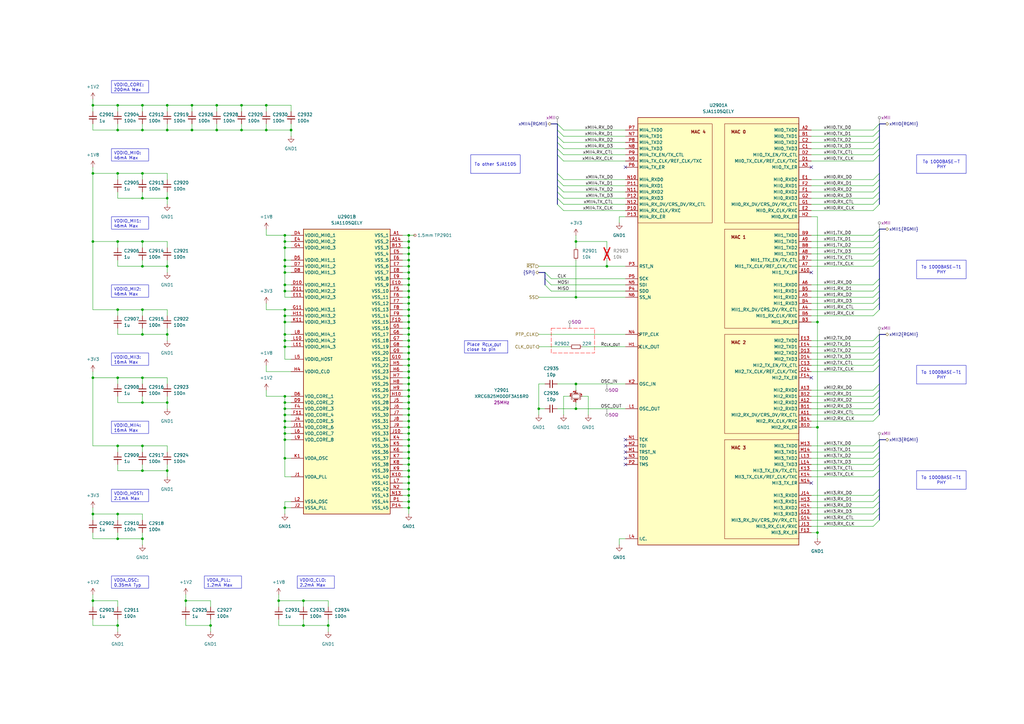
<source format=kicad_sch>
(kicad_sch (version 20250114) (generator "eeschema") (generator_version "9.0")
  (paper "A3")
  (title_block (title "Ethernet Switch") (comment 4 "5 Port gigabit ethernet switch."))
  (lib_symbols
    (symbol "Connector:TestPoint_Small" (pin_numbers (hide yes)) (pin_names (offset 0.762) (hide yes))
      (property "Reference" "TP" (at 0 3.81 0))
      (property "Value" "TestPoint_Small" (at 0 2.032 0))
      (symbol "TestPoint_Small_1_1"
        (pin passive line (at 0 0 90) (length 0) (name "1") (number "1"))
      )
    )
    (symbol "Device:C_Small" (pin_numbers (hide yes)) (pin_names (offset 0.254) (hide yes))
      (property "Reference" "C" (at 0.254 1.778 0))
      (property "Value" "C_Small" (at 0.254 -2.032 0))
      (symbol "C_Small_1_1"
        (pin passive line (at 0 2.54 270) (length 2.032) (name "~") (number "1"))
        (pin passive line (at 0 -2.54 90) (length 2.032) (name "~") (number "2"))
      )
    )
    (symbol "Device:Crystal_GND24_Small" (pin_names (offset 1.016) (hide yes))
      (property "Reference" "Y" (at 1.27 4.445 0))
      (property "Value" "Crystal_GND24_Small" (at 1.27 2.54 0))
      (symbol "Crystal_GND24_Small_1_1"
        (pin passive line (at -2.54 0 0) (length 1.27) (name "1") (number "1"))
        (pin passive line (at 0 2.54 270) (length 0.635) (name "4") (number "4"))
        (pin passive line (at 0 -2.54 90) (length 0.635) (name "2") (number "2"))
        (pin passive line (at 2.54 0 180) (length 1.27) (name "3") (number "3"))
      )
    )
    (symbol "Device:R_Small" (pin_numbers (hide yes)) (pin_names (offset 0.254) (hide yes))
      (property "Reference" "R" (at 0 0 90))
      (property "Value" "R_Small" (at 1.778 0 90))
      (symbol "R_Small_1_1"
        (pin passive line (at 0 2.54 270) (length 0.762) (name "~") (number "1"))
        (pin passive line (at 0 -2.54 90) (length 0.762) (name "~") (number "2"))
      )
    )
    (symbol "ETH-SWCH:SJA1105QELY"
      (property "Reference" "U" (at 0 5.08 0))
      (property "Value" "SJA1105QELY" (at 0 2.54 0))
      (symbol "SJA1105QELY_1_1"
        (text "MAC 4" (at -5.08 -5.08 0) (effects (font (size 1.27 1.27) (bold yes)) (justify right top)))
        (text "MAC 0" (at 5.08 -5.08 0) (effects (font (size 1.27 1.27) (bold yes)) (justify left top)))
        (text "MAC 1" (at 5.08 -48.26 0) (effects (font (size 1.27 1.27) (bold yes)) (justify left top)))
        (text "MAC 2" (at 5.08 -91.44 0) (effects (font (size 1.27 1.27) (bold yes)) (justify left top)))
        (text "MAC 3" (at 5.08 -134.62 0) (effects (font (size 1.27 1.27) (bold yes)) (justify left top)))
        (pin output line (at -38.1 -5.08 0) (length 5.08) (name "MII4_TXD0") (number "P7"))
        (pin output line (at -38.1 -7.62 0) (length 5.08) (name "MII4_TXD1") (number "N7"))
        (pin output line (at -38.1 -10.16 0) (length 5.08) (name "MII4_TXD2") (number "P8"))
        (pin output line (at -38.1 -12.7 0) (length 5.08) (name "MII4_TXD3") (number "N8"))
        (pin output line (at -38.1 -15.24 0) (length 5.08) (name "MII4_TX_EN/TX_CTL") (number "P9"))
        (pin bidirectional line (at -38.1 -17.78 0) (length 5.08) (name "MII4_TX_CLK/REF_CLK/TXC") (number "N9"))
        (pin output line (at -38.1 -20.32 0) (length 5.08) (name "MII4_TX_ER") (number "P6"))
        (pin input line (at -38.1 -25.4 0) (length 5.08) (name "MII4_RXD0") (number "N10"))
        (pin input line (at -38.1 -27.94 0) (length 5.08) (name "MII4_RXD1") (number "P11"))
        (pin input line (at -38.1 -30.48 0) (length 5.08) (name "MII4_RXD2") (number "N11"))
        (pin input line (at -38.1 -33.02 0) (length 5.08) (name "MII4_RXD3") (number "P12"))
        (pin input line (at -38.1 -35.56 0) (length 5.08) (name "MII4_RX_DV/CRS_DV/RX_CTL") (number "N12"))
        (pin bidirectional line (at -38.1 -38.1 0) (length 5.08) (name "MII4_RX_CLK/RXC") (number "P10"))
        (pin input line (at -38.1 -40.64 0) (length 5.08) (name "MII4_RX_ER") (number "P13"))
        (pin input line (at -38.1 -60.96 0) (length 5.08) (name "RST_N") (number "P3"))
        (pin input line (at -38.1 -66.04 0) (length 5.08) (name "SCK") (number "P5"))
        (pin input line (at -38.1 -68.58 0) (length 5.08) (name "SDI") (number "N5"))
        (pin output line (at -38.1 -71.12 0) (length 5.08) (name "SDO") (number "P4"))
        (pin input line (at -38.1 -73.66 0) (length 5.08) (name "SS_N") (number "N6"))
        (pin bidirectional clock (at -38.1 -88.9 0) (length 5.08) (name "PTP_CLK") (number "N4"))
        (pin output clock (at -38.1 -93.98 0) (length 5.08) (name "CLK_OUT") (number "H1"))
        (pin input line (at -38.1 -109.22 0) (length 5.08) (name "OSC_IN") (number "K2"))
        (pin output line (at -38.1 -119.38 0) (length 5.08) (name "OSC_OUT") (number "L1"))
        (pin input line (at -38.1 -132.08 0) (length 5.08) (name "TCK") (number "N1"))
        (pin input line (at -38.1 -134.62 0) (length 5.08) (name "TDI") (number "M2"))
        (pin input line (at -38.1 -137.16 0) (length 5.08) (name "TRST_N") (number "M1"))
        (pin output line (at -38.1 -139.7 0) (length 5.08) (name "TDO") (number "N3"))
        (pin input line (at -38.1 -142.24 0) (length 5.08) (name "TMS") (number "P2"))
        (pin passive line (at -38.1 -172.72 0) (length 5.08) (name "I.C.") (number "L4"))
        (pin output line (at 38.1 -5.08 180) (length 5.08) (name "MII0_TXD0") (number "A2"))
        (pin output line (at 38.1 -7.62 180) (length 5.08) (name "MII0_TXD1") (number "B1"))
        (pin output line (at 38.1 -10.16 180) (length 5.08) (name "MII0_TXD2") (number "C2"))
        (pin output line (at 38.1 -12.7 180) (length 5.08) (name "MII0_TXD3") (number "C1"))
        (pin output line (at 38.1 -15.24 180) (length 5.08) (name "MII0_TX_EN/TX_CTL") (number "D2"))
        (pin bidirectional line (at 38.1 -17.78 180) (length 5.08) (name "MII0_TX_CLK/REF_CLK/TXC") (number "D1"))
        (pin output line (at 38.1 -20.32 180) (length 5.08) (name "MII0_TX_ER") (number "A3"))
        (pin input line (at 38.1 -25.4 180) (length 5.08) (name "MII0_RXD0") (number "E1"))
        (pin input line (at 38.1 -27.94 180) (length 5.08) (name "MII0_RXD1") (number "F2"))
        (pin input line (at 38.1 -30.48 180) (length 5.08) (name "MII0_RXD2") (number "F1"))
        (pin input line (at 38.1 -33.02 180) (length 5.08) (name "MII0_RXD3") (number "G2"))
        (pin input line (at 38.1 -35.56 180) (length 5.08) (name "MII0_RX_DV/CRS_DV/RX_CTL") (number "G1"))
        (pin bidirectional line (at 38.1 -38.1 180) (length 5.08) (name "MII0_RX_CLK/RXC") (number "E2"))
        (pin input line (at 38.1 -40.64 180) (length 5.08) (name "MII0_RX_ER") (number "H2"))
        (pin output line (at 38.1 -48.26 180) (length 5.08) (name "MII1_TXD0") (number "B9"))
        (pin output line (at 38.1 -50.8 180) (length 5.08) (name "MII1_TXD1") (number "A9"))
        (pin output line (at 38.1 -53.34 180) (length 5.08) (name "MII1_TXD2") (number "B8"))
        (pin output line (at 38.1 -55.88 180) (length 5.08) (name "MII1_TXD3") (number "A8"))
        (pin output line (at 38.1 -58.42 180) (length 5.08) (name "MII1_TTX_EN/TX_CTL") (number "B7"))
        (pin bidirectional line (at 38.1 -60.96 180) (length 5.08) (name "MII1_TX_CLK/REF_CLK/TXC") (number "A7"))
        (pin output line (at 38.1 -63.5 180) (length 5.08) (name "MII1_TX_ER") (number "A10"))
        (pin input line (at 38.1 -68.58 180) (length 5.08) (name "MII1_RXD0") (number "A6"))
        (pin input line (at 38.1 -71.12 180) (length 5.08) (name "MII1_RXD1") (number "B5"))
        (pin input line (at 38.1 -73.66 180) (length 5.08) (name "MII1_RXD2") (number "A5"))
        (pin input line (at 38.1 -76.2 180) (length 5.08) (name "MII1_RXD3") (number "B4"))
        (pin input line (at 38.1 -78.74 180) (length 5.08) (name "MII1_RX_DV/CRS_DV/RX_CTL") (number "A4"))
        (pin bidirectional line (at 38.1 -81.28 180) (length 5.08) (name "MII1_RX_CLK/RXC") (number "B6"))
        (pin input line (at 38.1 -83.82 180) (length 5.08) (name "MII1_RX_ER") (number "B3"))
        (pin output line (at 38.1 -91.44 180) (length 5.08) (name "MII2_TXD0") (number "E13"))
        (pin output line (at 38.1 -93.98 180) (length 5.08) (name "MII2_TXD1") (number "E14"))
        (pin output line (at 38.1 -96.52 180) (length 5.08) (name "MII2_TXD2") (number "D13"))
        (pin output line (at 38.1 -99.06 180) (length 5.08) (name "MII2_TXD3") (number "D14"))
        (pin output line (at 38.1 -101.6 180) (length 5.08) (name "MII2_TX_EN/TX_CTL") (number "C13"))
        (pin bidirectional line (at 38.1 -104.14 180) (length 5.08) (name "MII2_TX_CLK/REF_CLK/TXC") (number "C14"))
        (pin output line (at 38.1 -106.68 180) (length 5.08) (name "MII2_TX_ER") (number "F14"))
        (pin input line (at 38.1 -111.76 180) (length 5.08) (name "MII2_RXD0") (number "A13"))
        (pin input line (at 38.1 -114.3 180) (length 5.08) (name "MII2_RXD1") (number "B12"))
        (pin input line (at 38.1 -116.84 180) (length 5.08) (name "MII2_RXD2") (number "A12"))
        (pin input line (at 38.1 -119.38 180) (length 5.08) (name "MII2_RXD3") (number "B11"))
        (pin input line (at 38.1 -121.92 180) (length 5.08) (name "MII2_RX_DV/CRS_DV/RX_CTL") (number "A11"))
        (pin bidirectional line (at 38.1 -124.46 180) (length 5.08) (name "MII2_RX_CLK/RXC") (number "B14"))
        (pin input line (at 38.1 -127 180) (length 5.08) (name "MII2_RX_ER") (number "B10"))
        (pin output line (at 38.1 -134.62 180) (length 5.08) (name "MII3_TXD0") (number "M13"))
        (pin output line (at 38.1 -137.16 180) (length 5.08) (name "MII3_TXD1") (number "M14"))
        (pin output line (at 38.1 -139.7 180) (length 5.08) (name "MII3_TXD2") (number "L13"))
        (pin output line (at 38.1 -142.24 180) (length 5.08) (name "MII3_TXD3") (number "L14"))
        (pin output line (at 38.1 -144.78 180) (length 5.08) (name "MII3_TX_EN/TX_CTL") (number "K13"))
        (pin bidirectional line (at 38.1 -147.32 180) (length 5.08) (name "MII3_TX_CLK/REF_CLK/TXC") (number "K14"))
        (pin output line (at 38.1 -149.86 180) (length 5.08) (name "MII3_TX_ER") (number "N14"))
        (pin input line (at 38.1 -154.94 180) (length 5.08) (name "MII3_RXD0") (number "J14"))
        (pin input line (at 38.1 -157.48 180) (length 5.08) (name "MII3_RXD1") (number "H13"))
        (pin input line (at 38.1 -160.02 180) (length 5.08) (name "MII3_RXD2") (number "H14"))
        (pin input line (at 38.1 -162.56 180) (length 5.08) (name "MII3_RXD3") (number "G13"))
        (pin input line (at 38.1 -165.1 180) (length 5.08) (name "MII3_RX_DV/CRS_DV/RX_CTL") (number "G14"))
        (pin bidirectional line (at 38.1 -167.64 180) (length 5.08) (name "MII3_RX_CLK/RXC") (number "J13"))
        (pin input line (at 38.1 -170.18 180) (length 5.08) (name "MII3_RX_ER") (number "F13"))
      )
      (symbol "SJA1105QELY_2_1"
        (pin power_in line (at -22.86 -2.54 0) (length 5.08) (name "VDDIO_MII0_1") (number "D4"))
        (pin power_in line (at -22.86 -5.08 0) (length 5.08) (name "VDDIO_MII0_2") (number "E4"))
        (pin power_in line (at -22.86 -7.62 0) (length 5.08) (name "VDDIO_MII0_3") (number "G4"))
        (pin power_in line (at -22.86 -12.7 0) (length 5.08) (name "VDDIO_MII1_1") (number "D5"))
        (pin power_in line (at -22.86 -15.24 0) (length 5.08) (name "VDDIO_MII1_2") (number "D7"))
        (pin power_in line (at -22.86 -17.78 0) (length 5.08) (name "VDDIO_MII1_3") (number "D8"))
        (pin power_in line (at -22.86 -22.86 0) (length 5.08) (name "VDDIO_MII2_1") (number "D10"))
        (pin power_in line (at -22.86 -25.4 0) (length 5.08) (name "VDDIO_MII2_2") (number "D11"))
        (pin power_in line (at -22.86 -27.94 0) (length 5.08) (name "VDDIO_MII2_3") (number "E11"))
        (pin power_in line (at -22.86 -33.02 0) (length 5.08) (name "VDDIO_MII3_1") (number "G11"))
        (pin power_in line (at -22.86 -35.56 0) (length 5.08) (name "VDDIO_MII3_2") (number "H11"))
        (pin power_in line (at -22.86 -38.1 0) (length 5.08) (name "VDDIO_MII3_3") (number "K11"))
        (pin power_in line (at -22.86 -43.18 0) (length 5.08) (name "VDDIO_MII4_1") (number "L8"))
        (pin power_in line (at -22.86 -45.72 0) (length 5.08) (name "VDDIO_MII4_2") (number "L10"))
        (pin power_in line (at -22.86 -48.26 0) (length 5.08) (name "VDDIO_MII4_3") (number "L11"))
        (pin power_in line (at -22.86 -53.34 0) (length 5.08) (name "VDDIO_HOST") (number "L5"))
        (pin power_in line (at -22.86 -58.42 0) (length 5.08) (name "VDDIO_CLO") (number "H4"))
        (pin power_in line (at -22.86 -68.58 0) (length 5.08) (name "VDD_CORE_1") (number "D6"))
        (pin power_in line (at -22.86 -71.12 0) (length 5.08) (name "VDD_CORE_2") (number "D9"))
        (pin power_in line (at -22.86 -73.66 0) (length 5.08) (name "VDD_CORE_3") (number "F4"))
        (pin power_in line (at -22.86 -76.2 0) (length 5.08) (name "VDD_CORE_4") (number "F11"))
        (pin power_in line (at -22.86 -78.74 0) (length 5.08) (name "VDD_CORE_5") (number "J4"))
        (pin power_in line (at -22.86 -81.28 0) (length 5.08) (name "VDD_CORE_6") (number "J11"))
        (pin power_in line (at -22.86 -83.82 0) (length 5.08) (name "VDD_CORE_7") (number "L6"))
        (pin power_in line (at -22.86 -86.36 0) (length 5.08) (name "VDD_CORE_8") (number "L9"))
        (pin power_in line (at -22.86 -93.98 0) (length 5.08) (name "VDDA_OSC") (number "K1"))
        (pin power_in line (at -22.86 -101.6 0) (length 5.08) (name "VDDA_PLL") (number "J1"))
        (pin power_in line (at -22.86 -111.76 0) (length 5.08) (name "VSSA_OSC") (number "L2"))
        (pin power_in line (at -22.86 -114.3 0) (length 5.08) (name "VSSA_PLL") (number "J2"))
        (pin passive line (at 22.86 -2.54 180) (length 5.08) (name "VSS_1") (number "A1"))
        (pin passive line (at 22.86 -5.08 180) (length 5.08) (name "VSS_2") (number "A14"))
        (pin passive line (at 22.86 -7.62 180) (length 5.08) (name "VSS_3") (number "B13"))
        (pin passive line (at 22.86 -10.16 180) (length 5.08) (name "VSS_4") (number "E5"))
        (pin passive line (at 22.86 -12.7 180) (length 5.08) (name "VSS_5") (number "E6"))
        (pin passive line (at 22.86 -15.24 180) (length 5.08) (name "VSS_6") (number "E7"))
        (pin passive line (at 22.86 -17.78 180) (length 5.08) (name "VSS_7") (number "E8"))
        (pin passive line (at 22.86 -20.32 180) (length 5.08) (name "VSS_8") (number "E9"))
        (pin passive line (at 22.86 -22.86 180) (length 5.08) (name "VSS_9") (number "E10"))
        (pin passive line (at 22.86 -25.4 180) (length 5.08) (name "VSS_10") (number "F5"))
        (pin passive line (at 22.86 -27.94 180) (length 5.08) (name "VSS_11") (number "F6"))
        (pin passive line (at 22.86 -30.48 180) (length 5.08) (name "VSS_12") (number "F7"))
        (pin passive line (at 22.86 -33.02 180) (length 5.08) (name "VSS_13") (number "F8"))
        (pin passive line (at 22.86 -35.56 180) (length 5.08) (name "VSS_14") (number "F9"))
        (pin passive line (at 22.86 -38.1 180) (length 5.08) (name "VSS_15") (number "F10"))
        (pin passive line (at 22.86 -40.64 180) (length 5.08) (name "VSS_16") (number "G5"))
        (pin passive line (at 22.86 -43.18 180) (length 5.08) (name "VSS_17") (number "G6"))
        (pin passive line (at 22.86 -45.72 180) (length 5.08) (name "VSS_18") (number "G7"))
        (pin passive line (at 22.86 -48.26 180) (length 5.08) (name "VSS_19") (number "G8"))
        (pin passive line (at 22.86 -50.8 180) (length 5.08) (name "VSS_20") (number "G9"))
        (pin passive line (at 22.86 -53.34 180) (length 5.08) (name "VSS_21") (number "G10"))
        (pin passive line (at 22.86 -55.88 180) (length 5.08) (name "VSS_22") (number "H5"))
        (pin passive line (at 22.86 -58.42 180) (length 5.08) (name "VSS_23") (number "H6"))
        (pin passive line (at 22.86 -60.96 180) (length 5.08) (name "VSS_24") (number "H7"))
        (pin passive line (at 22.86 -63.5 180) (length 5.08) (name "VSS_25") (number "H8"))
        (pin passive line (at 22.86 -66.04 180) (length 5.08) (name "VSS_26") (number "H9"))
        (pin passive line (at 22.86 -68.58 180) (length 5.08) (name "VSS_27") (number "H10"))
        (pin passive line (at 22.86 -71.12 180) (length 5.08) (name "VSS_28") (number "J5"))
        (pin passive line (at 22.86 -73.66 180) (length 5.08) (name "VSS_29") (number "J6"))
        (pin passive line (at 22.86 -76.2 180) (length 5.08) (name "VSS_30") (number "J7"))
        (pin passive line (at 22.86 -78.74 180) (length 5.08) (name "VSS_31") (number "J8"))
        (pin passive line (at 22.86 -81.28 180) (length 5.08) (name "VSS_32") (number "J9"))
        (pin passive line (at 22.86 -83.82 180) (length 5.08) (name "VSS_33") (number "J10"))
        (pin passive line (at 22.86 -86.36 180) (length 5.08) (name "VSS_34") (number "K4"))
        (pin passive line (at 22.86 -88.9 180) (length 5.08) (name "VSS_35") (number "K5"))
        (pin passive line (at 22.86 -91.44 180) (length 5.08) (name "VSS_36") (number "K6"))
        (pin passive line (at 22.86 -93.98 180) (length 5.08) (name "VSS_37") (number "K7"))
        (pin passive line (at 22.86 -96.52 180) (length 5.08) (name "VSS_38") (number "K8"))
        (pin passive line (at 22.86 -99.06 180) (length 5.08) (name "VSS_39") (number "K9"))
        (pin passive line (at 22.86 -101.6 180) (length 5.08) (name "VSS_40") (number "K10"))
        (pin passive line (at 22.86 -104.14 180) (length 5.08) (name "VSS_41") (number "L7"))
        (pin passive line (at 22.86 -106.68 180) (length 5.08) (name "VSS_42") (number "N2"))
        (pin passive line (at 22.86 -109.22 180) (length 5.08) (name "VSS_43") (number "N13"))
        (pin passive line (at 22.86 -111.76 180) (length 5.08) (name "VSS_44") (number "P1"))
        (pin passive line (at 22.86 -114.3 180) (length 5.08) (name "VSS_45") (number "P14"))
      )
    )
    (symbol "power:+1V2" (power) (pin_numbers (hide yes)) (pin_names (offset 0) (hide yes))
      (property "Value" "+1V2" (at 0 3.556 0))
      (symbol "+1V2_1_1"
        (pin power_in line (at 0 0 90) (length 0) (name "~") (number "1"))
      )
    )
    (symbol "power:+1V8" (power) (pin_numbers (hide yes)) (pin_names (offset 0) (hide yes))
      (property "Value" "+1V8" (at 0 3.556 0))
      (symbol "+1V8_1_1"
        (pin power_in line (at 0 0 90) (length 0) (name "~") (number "1"))
      )
    )
    (symbol "power:+3V3" (power) (pin_numbers (hide yes)) (pin_names (offset 0) (hide yes))
      (property "Value" "+3V3" (at 0 3.556 0))
      (symbol "+3V3_1_1"
        (pin power_in line (at 0 0 90) (length 0) (name "~") (number "1"))
      )
    )
    (symbol "power:GND1" (power) (pin_numbers (hide yes)) (pin_names (offset 0) (hide yes))
      (property "Value" "GND1" (at 0 -3.81 0))
      (symbol "GND1_1_1"
        (pin power_in line (at 0 0 270) (length 0) (name "~") (number "1"))
      )
    )
  )
  (text_box "To 1000BASE-T1 PHY" (at 375.92 106.68 0) (size 20.32 7.62) (margins 0.9525 0.9525 0.9525 0.9525) (effects (font (size 1.27 1.27))))
  (text_box "To 1000BASE-T1 PHY" (at 375.92 149.86 0) (size 20.32 7.62) (margins 0.9525 0.9525 0.9525 0.9525) (effects (font (size 1.27 1.27))))
  (text_box "VDDIO_MII3:\n16mA Max" (at 45.72 144.78 0) (size 15.24 5.08) (margins 0.9525 0.9525 0.9525 0.9525) (effects (font (size 1.27 1.27)) (justify left top)))
  (text_box "To 1000BASE-T1 PHY" (at 375.92 193.04 0) (size 20.32 7.62) (margins 0.9525 0.9525 0.9525 0.9525) (effects (font (size 1.27 1.27))))
  (text_box "VDDIO_CLO:\n2.2mA Max" (at 121.92 236.22 0) (size 15.24 5.08) (margins 0.9525 0.9525 0.9525 0.9525) (effects (font (size 1.27 1.27)) (justify left top)))
  (text_box "VDDIO_MII2:\n46mA Max" (at 45.72 116.84 0) (size 15.24 5.08) (margins 0.9525 0.9525 0.9525 0.9525) (effects (font (size 1.27 1.27)) (justify left top)))
  (text_box "VDDIO_HOST:\n2.1mA Max" (at 45.72 200.66 0) (size 15.24 5.08) (margins 0.9525 0.9525 0.9525 0.9525) (effects (font (size 1.27 1.27)) (justify left top)))
  (text_box "VDDA_OSC:\n0.35mA Typ" (at 45.72 236.22 0) (size 15.24 5.08) (margins 0.9525 0.9525 0.9525 0.9525) (effects (font (size 1.27 1.27)) (justify left top)))
  (text_box "VDDIO_MII0:\n46mA Max" (at 45.72 60.96 0) (size 15.24 5.08) (margins 0.9525 0.9525 0.9525 0.9525) (effects (font (size 1.27 1.27)) (justify left top)))
  (text_box "To other SJA1105" (at 193.04 63.5 0) (size 20.32 7.62) (margins 0.9525 0.9525 0.9525 0.9525) (effects (font (size 1.27 1.27))))
  (text_box "VDDA_PLL:\n1.2mA Max" (at 83.82 236.22 0) (size 15.24 5.08) (margins 0.9525 0.9525 0.9525 0.9525) (effects (font (size 1.27 1.27)) (justify left top)))
  (text_box "VDDIO_CORE:\n200mA Max" (at 45.72 33.02 0) (size 15.24 5.08) (margins 0.9525 0.9525 0.9525 0.9525) (effects (font (size 1.27 1.27)) (justify left top)))
  (text_box "Place R_{CLK_OUT} close to pin" (at 190.5 139.7 0) (size 17.78 5.08) (margins 0.9525 0.9525 0.9525 0.9525) (effects (font (size 1.27 1.27)) (justify left)))
  (text_box "To 1000BASE-T PHY" (at 375.92 63.5 0) (size 20.32 7.62) (margins 0.9525 0.9525 0.9525 0.9525) (effects (font (size 1.27 1.27))))
  (text_box "VDDIO_MII4:\n16mA Max" (at 45.72 172.72 0) (size 15.24 5.08) (margins 0.9525 0.9525 0.9525 0.9525) (effects (font (size 1.27 1.27)) (justify left top)))
  (text_box "VDDIO_MII1:\n46mA Max" (at 45.72 88.9 0) (size 15.24 5.08) (margins 0.9525 0.9525 0.9525 0.9525) (effects (font (size 1.27 1.27)) (justify left top)))
  (junction (at 134.62 256.54))
  (junction (at 86.36 256.54))
  (junction (at 167.64 114.3))
  (junction (at 48.26 53.34))
  (junction (at 236.22 99.06))
  (junction (at 167.64 132.08))
  (junction (at 58.42 137.16))
  (junction (at 116.84 127))
  (junction (at 167.64 109.22))
  (junction (at 167.64 139.7))
  (junction (at 167.64 134.62))
  (junction (at 116.84 187.96))
  (junction (at 68.58 109.22))
  (junction (at 167.64 124.46))
  (junction (at 116.84 162.56))
  (junction (at 167.64 101.6))
  (junction (at 116.84 99.06))
  (junction (at 116.84 172.72))
  (junction (at 58.42 53.34))
  (junction (at 38.1 210.82))
  (junction (at 116.84 111.76))
  (junction (at 78.74 53.34))
  (junction (at 116.84 175.26))
  (junction (at 167.64 180.34))
  (junction (at 167.64 185.42))
  (junction (at 116.84 101.6))
  (junction (at 48.26 99.06))
  (junction (at 48.26 154.94))
  (junction (at 78.74 43.18))
  (junction (at 48.26 256.54))
  (junction (at 167.64 127))
  (junction (at 38.1 43.18))
  (junction (at 58.42 71.12))
  (junction (at 167.64 119.38))
  (junction (at 167.64 111.76))
  (junction (at 167.64 187.96))
  (junction (at 167.64 147.32))
  (junction (at 167.64 160.02))
  (junction (at 220.98 167.64))
  (junction (at 116.84 106.68))
  (junction (at 167.64 99.06))
  (junction (at 68.58 165.1))
  (junction (at 114.3 246.38))
  (junction (at 167.64 96.52))
  (junction (at 116.84 129.54))
  (junction (at 167.64 193.04))
  (junction (at 116.84 139.7))
  (junction (at 38.1 154.94))
  (junction (at 48.26 71.12))
  (junction (at 167.64 172.72))
  (junction (at 167.64 129.54))
  (junction (at 167.64 157.48))
  (junction (at 99.06 43.18))
  (junction (at 124.46 256.54))
  (junction (at 48.26 220.98))
  (junction (at 167.64 142.24))
  (junction (at 167.64 182.88))
  (junction (at 88.9 43.18))
  (junction (at 48.26 182.88))
  (junction (at 58.42 220.98))
  (junction (at 38.1 99.06))
  (junction (at 116.84 116.84))
  (junction (at 167.64 165.1))
  (junction (at 167.64 190.5))
  (junction (at 167.64 208.28))
  (junction (at 116.84 180.34))
  (junction (at 236.22 167.64))
  (junction (at 116.84 142.24))
  (junction (at 109.22 43.18))
  (junction (at 38.1 71.12))
  (junction (at 248.92 109.22))
  (junction (at 116.84 137.16))
  (junction (at 167.64 137.16))
  (junction (at 58.42 165.1))
  (junction (at 167.64 104.14))
  (junction (at 116.84 96.52))
  (junction (at 68.58 53.34))
  (junction (at 124.46 246.38))
  (junction (at 335.28 132.08))
  (junction (at 167.64 121.92))
  (junction (at 236.22 157.48))
  (junction (at 116.84 119.38))
  (junction (at 58.42 154.94))
  (junction (at 109.22 53.34))
  (junction (at 116.84 170.18))
  (junction (at 48.26 43.18))
  (junction (at 48.26 210.82))
  (junction (at 167.64 167.64))
  (junction (at 335.28 175.26))
  (junction (at 58.42 43.18))
  (junction (at 167.64 144.78))
  (junction (at 116.84 208.28))
  (junction (at 167.64 177.8))
  (junction (at 167.64 198.12))
  (junction (at 167.64 170.18))
  (junction (at 58.42 109.22))
  (junction (at 58.42 81.28))
  (junction (at 116.84 167.64))
  (junction (at 58.42 127))
  (junction (at 48.26 127))
  (junction (at 76.2 246.38))
  (junction (at 167.64 203.2))
  (junction (at 167.64 149.86))
  (junction (at 116.84 132.08))
  (junction (at 88.9 53.34))
  (junction (at 167.64 195.58))
  (junction (at 167.64 162.56))
  (junction (at 99.06 53.34))
  (junction (at 38.1 246.38))
  (junction (at 167.64 205.74))
  (junction (at 167.64 154.94))
  (junction (at 58.42 99.06))
  (junction (at 116.84 177.8))
  (junction (at 167.64 200.66))
  (junction (at 116.84 165.1))
  (junction (at 167.64 106.68))
  (junction (at 167.64 152.4))
  (junction (at 167.64 116.84))
  (junction (at 68.58 193.04))
  (junction (at 58.42 193.04))
  (junction (at 335.28 218.44))
  (junction (at 116.84 109.22))
  (junction (at 119.38 53.34))
  (junction (at 68.58 81.28))
  (junction (at 68.58 43.18))
  (junction (at 236.22 121.92))
  (junction (at 167.64 175.26))
  (junction (at 68.58 137.16))
  (junction (at 58.42 182.88))
  (no_connect (at 332.74 111.76))
  (no_connect (at 256.54 180.34))
  (no_connect (at 332.74 154.94))
  (no_connect (at 256.54 182.88))
  (no_connect (at 256.54 185.42))
  (no_connect (at 256.54 190.5))
  (no_connect (at 256.54 68.58))
  (no_connect (at 332.74 68.58))
  (no_connect (at 256.54 187.96))
  (no_connect (at 332.74 198.12))
  (bus_entry (at 360.68 99.06) (size -2.54 2.54))
  (bus_entry (at 360.68 58.42) (size -2.54 2.54))
  (bus_entry (at 360.68 157.48) (size -2.54 2.54))
  (bus_entry (at 360.68 55.88) (size -2.54 2.54))
  (bus_entry (at 223.52 111.76) (size 2.54 2.54))
  (bus_entry (at 360.68 208.28) (size -2.54 2.54))
  (bus_entry (at 223.52 116.84) (size 2.54 2.54))
  (bus_entry (at 360.68 190.5) (size -2.54 2.54))
  (bus_entry (at 228.6 76.2) (size 2.54 2.54))
  (bus_entry (at 228.6 55.88) (size 2.54 2.54))
  (bus_entry (at 360.68 124.46) (size -2.54 2.54))
  (bus_entry (at 360.68 170.18) (size -2.54 2.54))
  (bus_entry (at 360.68 142.24) (size -2.54 2.54))
  (bus_entry (at 360.68 210.82) (size -2.54 2.54))
  (bus_entry (at 360.68 83.82) (size -2.54 2.54))
  (bus_entry (at 360.68 116.84) (size -2.54 2.54))
  (bus_entry (at 360.68 50.8) (size -2.54 2.54))
  (bus_entry (at 360.68 96.52) (size -2.54 2.54))
  (bus_entry (at 360.68 93.98) (size -2.54 2.54))
  (bus_entry (at 360.68 104.14) (size -2.54 2.54))
  (bus_entry (at 360.68 149.86) (size -2.54 2.54))
  (bus_entry (at 223.52 114.3) (size 2.54 2.54))
  (bus_entry (at 360.68 78.74) (size -2.54 2.54))
  (bus_entry (at 360.68 187.96) (size -2.54 2.54))
  (bus_entry (at 360.68 60.96) (size -2.54 2.54))
  (bus_entry (at 360.68 114.3) (size -2.54 2.54))
  (bus_entry (at 360.68 167.64) (size -2.54 2.54))
  (bus_entry (at 360.68 139.7) (size -2.54 2.54))
  (bus_entry (at 228.6 83.82) (size 2.54 2.54))
  (bus_entry (at 228.6 71.12) (size 2.54 2.54))
  (bus_entry (at 360.68 76.2) (size -2.54 2.54))
  (bus_entry (at 360.68 73.66) (size -2.54 2.54))
  (bus_entry (at 360.68 180.34) (size -2.54 2.54))
  (bus_entry (at 360.68 213.36) (size -2.54 2.54))
  (bus_entry (at 360.68 147.32) (size -2.54 2.54))
  (bus_entry (at 228.6 53.34) (size 2.54 2.54))
  (bus_entry (at 360.68 81.28) (size -2.54 2.54))
  (bus_entry (at 360.68 182.88) (size -2.54 2.54))
  (bus_entry (at 360.68 53.34) (size -2.54 2.54))
  (bus_entry (at 360.68 200.66) (size -2.54 2.54))
  (bus_entry (at 360.68 185.42) (size -2.54 2.54))
  (bus_entry (at 360.68 203.2) (size -2.54 2.54))
  (bus_entry (at 360.68 71.12) (size -2.54 2.54))
  (bus_entry (at 360.68 137.16) (size -2.54 2.54))
  (bus_entry (at 360.68 106.68) (size -2.54 2.54))
  (bus_entry (at 360.68 205.74) (size -2.54 2.54))
  (bus_entry (at 360.68 162.56) (size -2.54 2.54))
  (bus_entry (at 360.68 63.5) (size -2.54 2.54))
  (bus_entry (at 360.68 193.04) (size -2.54 2.54))
  (bus_entry (at 360.68 144.78) (size -2.54 2.54))
  (bus_entry (at 228.6 78.74) (size 2.54 2.54))
  (bus_entry (at 360.68 101.6) (size -2.54 2.54))
  (bus_entry (at 360.68 165.1) (size -2.54 2.54))
  (bus_entry (at 228.6 58.42) (size 2.54 2.54))
  (bus_entry (at 228.6 60.96) (size 2.54 2.54))
  (bus_entry (at 360.68 121.92) (size -2.54 2.54))
  (bus_entry (at 360.68 127) (size -2.54 2.54))
  (bus_entry (at 360.68 119.38) (size -2.54 2.54))
  (bus_entry (at 228.6 81.28) (size 2.54 2.54))
  (bus_entry (at 228.6 63.5) (size 2.54 2.54))
  (bus_entry (at 360.68 160.02) (size -2.54 2.54))
  (bus_entry (at 228.6 50.8) (size 2.54 2.54))
  (bus_entry (at 228.6 73.66) (size 2.54 2.54))
  (wire (pts (xy 332.74 195.58) (xy 358.14 195.58)))
  (wire (pts (xy 48.26 101.6) (xy 48.26 99.06)))
  (bus (pts (xy 228.6 53.34) (xy 228.6 55.88)))
  (wire (pts (xy 116.84 208.28) (xy 116.84 210.82)))
  (wire (pts (xy 78.74 53.34) (xy 88.9 53.34)))
  (wire (pts (xy 116.84 106.68) (xy 116.84 109.22)))
  (wire (pts (xy 116.84 109.22) (xy 116.84 111.76)))
  (wire (pts (xy 114.3 256.54) (xy 114.3 254)))
  (wire (pts (xy 167.64 167.64) (xy 165.1 167.64)))
  (wire (pts (xy 332.74 121.92) (xy 358.14 121.92)))
  (wire (pts (xy 48.26 53.34) (xy 48.26 50.8)))
  (wire (pts (xy 119.38 187.96) (xy 116.84 187.96)))
  (wire (pts (xy 167.64 165.1) (xy 165.1 165.1)))
  (wire (pts (xy 167.64 101.6) (xy 165.1 101.6)))
  (bus (pts (xy 360.68 205.74) (xy 360.68 208.28)))
  (bus (pts (xy 228.6 73.66) (xy 228.6 76.2)))
  (wire (pts (xy 48.26 213.36) (xy 48.26 210.82)))
  (wire (pts (xy 116.84 205.74) (xy 116.84 208.28)))
  (wire (pts (xy 58.42 43.18) (xy 68.58 43.18)))
  (bus (pts (xy 228.6 81.28) (xy 228.6 83.82)))
  (bus (pts (xy 360.68 185.42) (xy 360.68 187.96)))
  (wire (pts (xy 116.84 137.16) (xy 119.38 137.16)))
  (bus (pts (xy 360.68 116.84) (xy 360.68 119.38)))
  (wire (pts (xy 167.64 167.64) (xy 167.64 170.18)))
  (wire (pts (xy 167.64 142.24) (xy 165.1 142.24)))
  (wire (pts (xy 116.84 101.6) (xy 119.38 101.6)))
  (wire (pts (xy 116.84 127) (xy 116.84 129.54)))
  (bus (pts (xy 228.6 60.96) (xy 228.6 63.5)))
  (wire (pts (xy 236.22 167.64) (xy 228.6 167.64)))
  (wire (pts (xy 99.06 43.18) (xy 99.06 45.72)))
  (wire (pts (xy 332.74 165.1) (xy 358.14 165.1)))
  (wire (pts (xy 256.54 55.88) (xy 231.14 55.88)))
  (wire (pts (xy 248.92 106.68) (xy 248.92 109.22)))
  (wire (pts (xy 332.74 132.08) (xy 335.28 132.08)))
  (wire (pts (xy 48.26 182.88) (xy 58.42 182.88)))
  (bus (pts (xy 360.68 55.88) (xy 360.68 58.42)))
  (wire (pts (xy 116.84 172.72) (xy 116.84 175.26)))
  (bus (pts (xy 360.68 81.28) (xy 360.68 83.82)))
  (wire (pts (xy 167.64 205.74) (xy 167.64 208.28)))
  (wire (pts (xy 167.64 111.76) (xy 165.1 111.76)))
  (wire (pts (xy 48.26 73.66) (xy 48.26 71.12)))
  (wire (pts (xy 38.1 53.34) (xy 48.26 53.34)))
  (wire (pts (xy 68.58 193.04) (xy 68.58 195.58)))
  (bus (pts (xy 360.68 58.42) (xy 360.68 60.96)))
  (wire (pts (xy 332.74 210.82) (xy 358.14 210.82)))
  (wire (pts (xy 86.36 248.92) (xy 86.36 246.38)))
  (bus (pts (xy 360.68 76.2) (xy 360.68 78.74)))
  (wire (pts (xy 114.3 243.84) (xy 114.3 246.38)))
  (wire (pts (xy 167.64 142.24) (xy 167.64 144.78)))
  (wire (pts (xy 48.26 45.72) (xy 48.26 43.18)))
  (wire (pts (xy 226.06 116.84) (xy 256.54 116.84)))
  (wire (pts (xy 256.54 66.04) (xy 231.14 66.04)))
  (wire (pts (xy 68.58 182.88) (xy 68.58 185.42)))
  (wire (pts (xy 167.64 127) (xy 165.1 127)))
  (wire (pts (xy 68.58 190.5) (xy 68.58 193.04)))
  (wire (pts (xy 116.84 187.96) (xy 116.84 180.34)))
  (wire (pts (xy 236.22 96.52) (xy 236.22 99.06)))
  (wire (pts (xy 68.58 106.68) (xy 68.58 109.22)))
  (wire (pts (xy 48.26 256.54) (xy 48.26 259.08)))
  (wire (pts (xy 116.84 129.54) (xy 116.84 132.08)))
  (bus (pts (xy 360.68 144.78) (xy 360.68 147.32)))
  (wire (pts (xy 167.64 121.92) (xy 167.64 124.46)))
  (wire (pts (xy 167.64 116.84) (xy 167.64 119.38)))
  (wire (pts (xy 332.74 124.46) (xy 358.14 124.46)))
  (wire (pts (xy 167.64 175.26) (xy 167.64 177.8)))
  (wire (pts (xy 134.62 256.54) (xy 134.62 259.08)))
  (bus (pts (xy 360.68 104.14) (xy 360.68 106.68)))
  (wire (pts (xy 167.64 175.26) (xy 165.1 175.26)))
  (wire (pts (xy 167.64 177.8) (xy 167.64 180.34)))
  (wire (pts (xy 223.52 167.64) (xy 220.98 167.64)))
  (wire (pts (xy 88.9 53.34) (xy 88.9 50.8)))
  (wire (pts (xy 116.84 205.74) (xy 119.38 205.74)))
  (wire (pts (xy 119.38 147.32) (xy 116.84 147.32)))
  (wire (pts (xy 335.28 175.26) (xy 335.28 218.44)))
  (wire (pts (xy 332.74 160.02) (xy 358.14 160.02)))
  (wire (pts (xy 116.84 99.06) (xy 116.84 101.6)))
  (wire (pts (xy 38.1 154.94) (xy 38.1 182.88)))
  (wire (pts (xy 231.14 162.56) (xy 231.14 170.18)))
  (wire (pts (xy 236.22 99.06) (xy 236.22 101.6)))
  (wire (pts (xy 236.22 160.02) (xy 236.22 157.48)))
  (wire (pts (xy 236.22 121.92) (xy 256.54 121.92)))
  (wire (pts (xy 220.98 109.22) (xy 248.92 109.22)))
  (wire (pts (xy 109.22 53.34) (xy 109.22 50.8)))
  (wire (pts (xy 167.64 170.18) (xy 167.64 172.72)))
  (wire (pts (xy 167.64 154.94) (xy 165.1 154.94)))
  (bus (pts (xy 360.68 99.06) (xy 360.68 101.6)))
  (wire (pts (xy 167.64 104.14) (xy 167.64 106.68)))
  (wire (pts (xy 38.1 43.18) (xy 48.26 43.18)))
  (wire (pts (xy 68.58 137.16) (xy 68.58 139.7)))
  (wire (pts (xy 38.1 256.54) (xy 38.1 254)))
  (wire (pts (xy 332.74 208.28) (xy 358.14 208.28)))
  (wire (pts (xy 68.58 78.74) (xy 68.58 81.28)))
  (wire (pts (xy 116.84 139.7) (xy 119.38 139.7)))
  (wire (pts (xy 220.98 157.48) (xy 220.98 167.64)))
  (bus (pts (xy 360.68 142.24) (xy 360.68 144.78)))
  (wire (pts (xy 236.22 106.68) (xy 236.22 121.92)))
  (wire (pts (xy 58.42 218.44) (xy 58.42 220.98)))
  (wire (pts (xy 114.3 248.92) (xy 114.3 246.38)))
  (wire (pts (xy 116.84 208.28) (xy 119.38 208.28)))
  (wire (pts (xy 256.54 86.36) (xy 231.14 86.36)))
  (wire (pts (xy 167.64 195.58) (xy 167.64 198.12)))
  (bus (pts (xy 360.68 160.02) (xy 360.68 162.56)))
  (wire (pts (xy 167.64 147.32) (xy 165.1 147.32)))
  (wire (pts (xy 256.54 58.42) (xy 231.14 58.42)))
  (wire (pts (xy 58.42 182.88) (xy 68.58 182.88)))
  (wire (pts (xy 38.1 210.82) (xy 48.26 210.82)))
  (wire (pts (xy 332.74 66.04) (xy 358.14 66.04)))
  (wire (pts (xy 58.42 109.22) (xy 68.58 109.22)))
  (wire (pts (xy 58.42 193.04) (xy 48.26 193.04)))
  (wire (pts (xy 332.74 190.5) (xy 358.14 190.5)))
  (wire (pts (xy 99.06 43.18) (xy 109.22 43.18)))
  (wire (pts (xy 116.84 116.84) (xy 116.84 119.38)))
  (wire (pts (xy 332.74 83.82) (xy 358.14 83.82)))
  (wire (pts (xy 167.64 96.52) (xy 170.18 96.52)))
  (bus (pts (xy 360.68 114.3) (xy 360.68 116.84)))
  (bus (pts (xy 360.68 187.96) (xy 360.68 190.5)))
  (bus (pts (xy 220.98 111.76) (xy 223.52 111.76)))
  (wire (pts (xy 167.64 99.06) (xy 165.1 99.06)))
  (wire (pts (xy 332.74 129.54) (xy 358.14 129.54)))
  (wire (pts (xy 332.74 205.74) (xy 358.14 205.74)))
  (wire (pts (xy 48.26 137.16) (xy 48.26 134.62)))
  (wire (pts (xy 116.84 175.26) (xy 116.84 177.8)))
  (wire (pts (xy 116.84 167.64) (xy 119.38 167.64)))
  (wire (pts (xy 231.14 162.56) (xy 233.68 162.56)))
  (bus (pts (xy 360.68 78.74) (xy 360.68 81.28)))
  (wire (pts (xy 167.64 198.12) (xy 165.1 198.12)))
  (wire (pts (xy 167.64 200.66) (xy 165.1 200.66)))
  (wire (pts (xy 256.54 78.74) (xy 231.14 78.74)))
  (wire (pts (xy 78.74 43.18) (xy 88.9 43.18)))
  (wire (pts (xy 167.64 129.54) (xy 165.1 129.54)))
  (bus (pts (xy 360.68 119.38) (xy 360.68 121.92)))
  (bus (pts (xy 360.68 63.5) (xy 360.68 71.12)))
  (wire (pts (xy 167.64 96.52) (xy 165.1 96.52)))
  (wire (pts (xy 167.64 132.08) (xy 165.1 132.08)))
  (wire (pts (xy 167.64 132.08) (xy 167.64 134.62)))
  (wire (pts (xy 167.64 203.2) (xy 167.64 205.74)))
  (wire (pts (xy 335.28 132.08) (xy 335.28 175.26)))
  (wire (pts (xy 58.42 157.48) (xy 58.42 154.94)))
  (wire (pts (xy 38.1 256.54) (xy 48.26 256.54)))
  (wire (pts (xy 48.26 81.28) (xy 58.42 81.28)))
  (bus (pts (xy 228.6 58.42) (xy 228.6 60.96)))
  (wire (pts (xy 116.84 121.92) (xy 119.38 121.92)))
  (wire (pts (xy 116.84 127) (xy 119.38 127)))
  (wire (pts (xy 226.06 119.38) (xy 256.54 119.38)))
  (bus (pts (xy 360.68 53.34) (xy 360.68 55.88)))
  (wire (pts (xy 58.42 165.1) (xy 48.26 165.1)))
  (bus (pts (xy 363.22 93.98) (xy 360.68 93.98)))
  (wire (pts (xy 58.42 220.98) (xy 58.42 223.52)))
  (wire (pts (xy 167.64 106.68) (xy 167.64 109.22)))
  (wire (pts (xy 38.1 182.88) (xy 48.26 182.88)))
  (wire (pts (xy 167.64 152.4) (xy 167.64 154.94)))
  (wire (pts (xy 332.74 109.22) (xy 358.14 109.22)))
  (wire (pts (xy 48.26 248.92) (xy 48.26 246.38)))
  (wire (pts (xy 48.26 99.06) (xy 58.42 99.06)))
  (wire (pts (xy 68.58 71.12) (xy 68.58 73.66)))
  (wire (pts (xy 236.22 167.64) (xy 236.22 165.1)))
  (bus (pts (xy 360.68 93.98) (xy 360.68 96.52)))
  (wire (pts (xy 167.64 162.56) (xy 167.64 165.1)))
  (wire (pts (xy 167.64 134.62) (xy 167.64 137.16)))
  (wire (pts (xy 167.64 127) (xy 167.64 129.54)))
  (wire (pts (xy 58.42 50.8) (xy 58.42 53.34)))
  (wire (pts (xy 109.22 45.72) (xy 109.22 43.18)))
  (wire (pts (xy 58.42 137.16) (xy 58.42 134.62)))
  (wire (pts (xy 58.42 99.06) (xy 68.58 99.06)))
  (wire (pts (xy 167.64 149.86) (xy 167.64 152.4)))
  (wire (pts (xy 167.64 139.7) (xy 167.64 142.24)))
  (bus (pts (xy 360.68 208.28) (xy 360.68 210.82)))
  (wire (pts (xy 332.74 119.38) (xy 358.14 119.38)))
  (wire (pts (xy 116.84 177.8) (xy 119.38 177.8)))
  (wire (pts (xy 236.22 157.48) (xy 256.54 157.48)))
  (wire (pts (xy 109.22 127) (xy 116.84 127)))
  (bus (pts (xy 360.68 124.46) (xy 360.68 127)))
  (wire (pts (xy 332.74 142.24) (xy 358.14 142.24)))
  (wire (pts (xy 99.06 53.34) (xy 88.9 53.34)))
  (wire (pts (xy 116.84 175.26) (xy 119.38 175.26)))
  (bus (pts (xy 360.68 203.2) (xy 360.68 205.74)))
  (wire (pts (xy 332.74 106.68) (xy 358.14 106.68)))
  (wire (pts (xy 167.64 104.14) (xy 165.1 104.14)))
  (wire (pts (xy 332.74 175.26) (xy 335.28 175.26)))
  (wire (pts (xy 116.84 119.38) (xy 116.84 121.92)))
  (bus (pts (xy 360.68 162.56) (xy 360.68 165.1)))
  (wire (pts (xy 48.26 193.04) (xy 48.26 190.5)))
  (bus (pts (xy 360.68 50.8) (xy 360.68 53.34)))
  (bus (pts (xy 360.68 167.64) (xy 360.68 170.18)))
  (wire (pts (xy 167.64 170.18) (xy 165.1 170.18)))
  (wire (pts (xy 256.54 81.28) (xy 231.14 81.28)))
  (wire (pts (xy 58.42 210.82) (xy 58.42 213.36)))
  (wire (pts (xy 167.64 119.38) (xy 167.64 121.92)))
  (wire (pts (xy 167.64 114.3) (xy 167.64 116.84)))
  (wire (pts (xy 116.84 132.08) (xy 116.84 137.16)))
  (wire (pts (xy 332.74 193.04) (xy 358.14 193.04)))
  (wire (pts (xy 114.3 246.38) (xy 124.46 246.38)))
  (wire (pts (xy 220.98 167.64) (xy 220.98 170.18)))
  (wire (pts (xy 167.64 152.4) (xy 165.1 152.4)))
  (wire (pts (xy 167.64 172.72) (xy 167.64 175.26)))
  (wire (pts (xy 167.64 205.74) (xy 165.1 205.74)))
  (bus (pts (xy 360.68 147.32) (xy 360.68 149.86)))
  (bus (pts (xy 360.68 60.96) (xy 360.68 63.5)))
  (wire (pts (xy 220.98 142.24) (xy 233.68 142.24)))
  (wire (pts (xy 76.2 256.54) (xy 86.36 256.54)))
  (wire (pts (xy 332.74 63.5) (xy 358.14 63.5)))
  (wire (pts (xy 332.74 104.14) (xy 358.14 104.14)))
  (wire (pts (xy 332.74 172.72) (xy 358.14 172.72)))
  (wire (pts (xy 332.74 73.66) (xy 358.14 73.66)))
  (wire (pts (xy 116.84 180.34) (xy 119.38 180.34)))
  (wire (pts (xy 332.74 185.42) (xy 358.14 185.42)))
  (wire (pts (xy 48.26 109.22) (xy 48.26 106.68)))
  (wire (pts (xy 236.22 99.06) (xy 248.92 99.06)))
  (wire (pts (xy 68.58 127) (xy 68.58 129.54)))
  (bus (pts (xy 228.6 71.12) (xy 228.6 73.66)))
  (wire (pts (xy 109.22 162.56) (xy 116.84 162.56)))
  (wire (pts (xy 119.38 96.52) (xy 116.84 96.52)))
  (wire (pts (xy 38.1 127) (xy 48.26 127)))
  (bus (pts (xy 360.68 210.82) (xy 360.68 213.36)))
  (wire (pts (xy 332.74 53.34) (xy 358.14 53.34)))
  (wire (pts (xy 48.26 137.16) (xy 58.42 137.16)))
  (bus (pts (xy 360.68 71.12) (xy 360.68 73.66)))
  (wire (pts (xy 167.64 203.2) (xy 165.1 203.2)))
  (wire (pts (xy 167.64 157.48) (xy 165.1 157.48)))
  (wire (pts (xy 48.26 81.28) (xy 48.26 78.74)))
  (wire (pts (xy 116.84 165.1) (xy 116.84 167.64)))
  (wire (pts (xy 58.42 193.04) (xy 58.42 190.5)))
  (bus (pts (xy 360.68 180.34) (xy 360.68 182.88)))
  (wire (pts (xy 134.62 246.38) (xy 134.62 248.92)))
  (bus (pts (xy 360.68 73.66) (xy 360.68 76.2)))
  (wire (pts (xy 76.2 248.92) (xy 76.2 246.38)))
  (wire (pts (xy 116.84 142.24) (xy 116.84 147.32)))
  (wire (pts (xy 68.58 45.72) (xy 68.58 43.18)))
  (wire (pts (xy 58.42 129.54) (xy 58.42 127)))
  (wire (pts (xy 241.3 162.56) (xy 241.3 170.18)))
  (wire (pts (xy 332.74 139.7) (xy 358.14 139.7)))
  (wire (pts (xy 167.64 111.76) (xy 167.64 114.3)))
  (wire (pts (xy 167.64 187.96) (xy 165.1 187.96)))
  (wire (pts (xy 88.9 43.18) (xy 99.06 43.18)))
  (wire (pts (xy 167.64 185.42) (xy 167.64 187.96)))
  (wire (pts (xy 124.46 248.92) (xy 124.46 246.38)))
  (wire (pts (xy 332.74 99.06) (xy 358.14 99.06)))
  (bus (pts (xy 360.68 96.52) (xy 360.68 99.06)))
  (wire (pts (xy 167.64 134.62) (xy 165.1 134.62)))
  (wire (pts (xy 238.76 142.24) (xy 256.54 142.24)))
  (wire (pts (xy 332.74 152.4) (xy 358.14 152.4)))
  (wire (pts (xy 241.3 162.56) (xy 238.76 162.56)))
  (wire (pts (xy 48.26 185.42) (xy 48.26 182.88)))
  (wire (pts (xy 48.26 154.94) (xy 58.42 154.94)))
  (wire (pts (xy 167.64 137.16) (xy 167.64 139.7)))
  (wire (pts (xy 167.64 177.8) (xy 165.1 177.8)))
  (wire (pts (xy 167.64 96.52) (xy 167.64 99.06)))
  (wire (pts (xy 167.64 160.02) (xy 165.1 160.02)))
  (wire (pts (xy 116.84 162.56) (xy 116.84 165.1)))
  (wire (pts (xy 116.84 132.08) (xy 119.38 132.08)))
  (wire (pts (xy 58.42 53.34) (xy 48.26 53.34)))
  (wire (pts (xy 167.64 185.42) (xy 165.1 185.42)))
  (wire (pts (xy 38.1 213.36) (xy 38.1 210.82)))
  (wire (pts (xy 167.64 180.34) (xy 165.1 180.34)))
  (wire (pts (xy 332.74 116.84) (xy 358.14 116.84)))
  (wire (pts (xy 58.42 154.94) (xy 68.58 154.94)))
  (wire (pts (xy 332.74 86.36) (xy 358.14 86.36)))
  (wire (pts (xy 116.84 177.8) (xy 116.84 180.34)))
  (wire (pts (xy 167.64 124.46) (xy 167.64 127)))
  (wire (pts (xy 167.64 147.32) (xy 167.64 149.86)))
  (wire (pts (xy 167.64 160.02) (xy 167.64 162.56)))
  (wire (pts (xy 220.98 137.16) (xy 256.54 137.16)))
  (wire (pts (xy 167.64 101.6) (xy 167.64 104.14)))
  (wire (pts (xy 256.54 76.2) (xy 231.14 76.2)))
  (wire (pts (xy 167.64 208.28) (xy 167.64 210.82)))
  (bus (pts (xy 360.68 157.48) (xy 360.68 160.02)))
  (wire (pts (xy 332.74 101.6) (xy 358.14 101.6)))
  (wire (pts (xy 68.58 109.22) (xy 68.58 111.76)))
  (wire (pts (xy 134.62 254) (xy 134.62 256.54)))
  (wire (pts (xy 109.22 93.98) (xy 109.22 96.52)))
  (wire (pts (xy 38.1 45.72) (xy 38.1 43.18)))
  (wire (pts (xy 109.22 152.4) (xy 119.38 152.4)))
  (wire (pts (xy 124.46 256.54) (xy 124.46 254)))
  (wire (pts (xy 134.62 256.54) (xy 124.46 256.54)))
  (wire (pts (xy 48.26 210.82) (xy 58.42 210.82)))
  (wire (pts (xy 254 223.52) (xy 254 220.98)))
  (wire (pts (xy 254 220.98) (xy 256.54 220.98)))
  (wire (pts (xy 335.28 218.44) (xy 335.28 220.98)))
  (wire (pts (xy 58.42 73.66) (xy 58.42 71.12)))
  (wire (pts (xy 116.84 170.18) (xy 116.84 172.72)))
  (bus (pts (xy 360.68 137.16) (xy 360.68 139.7)))
  (wire (pts (xy 58.42 101.6) (xy 58.42 99.06)))
  (bus (pts (xy 360.68 106.68) (xy 360.68 114.3)))
  (wire (pts (xy 116.84 116.84) (xy 119.38 116.84)))
  (wire (pts (xy 119.38 53.34) (xy 109.22 53.34)))
  (bus (pts (xy 363.22 50.8) (xy 360.68 50.8)))
  (wire (pts (xy 48.26 256.54) (xy 48.26 254)))
  (wire (pts (xy 332.74 187.96) (xy 358.14 187.96)))
  (wire (pts (xy 38.1 208.28) (xy 38.1 210.82)))
  (wire (pts (xy 256.54 88.9) (xy 254 88.9)))
  (wire (pts (xy 332.74 215.9) (xy 358.14 215.9)))
  (bus (pts (xy 228.6 78.74) (xy 228.6 81.28)))
  (wire (pts (xy 226.06 114.3) (xy 256.54 114.3)))
  (wire (pts (xy 167.64 144.78) (xy 165.1 144.78)))
  (bus (pts (xy 360.68 193.04) (xy 360.68 200.66)))
  (wire (pts (xy 68.58 81.28) (xy 68.58 83.82)))
  (wire (pts (xy 119.38 50.8) (xy 119.38 53.34)))
  (wire (pts (xy 88.9 45.72) (xy 88.9 43.18)))
  (wire (pts (xy 68.58 53.34) (xy 68.58 50.8)))
  (wire (pts (xy 332.74 147.32) (xy 358.14 147.32)))
  (wire (pts (xy 332.74 203.2) (xy 358.14 203.2)))
  (wire (pts (xy 116.84 129.54) (xy 119.38 129.54)))
  (wire (pts (xy 167.64 198.12) (xy 167.64 200.66)))
  (bus (pts (xy 223.52 114.3) (xy 223.52 116.84)))
  (wire (pts (xy 116.84 106.68) (xy 119.38 106.68)))
  (bus (pts (xy 228.6 55.88) (xy 228.6 58.42)))
  (wire (pts (xy 109.22 149.86) (xy 109.22 152.4)))
  (wire (pts (xy 38.1 53.34) (xy 38.1 50.8)))
  (wire (pts (xy 167.64 144.78) (xy 167.64 147.32)))
  (wire (pts (xy 116.84 101.6) (xy 116.84 106.68)))
  (wire (pts (xy 167.64 129.54) (xy 167.64 132.08)))
  (wire (pts (xy 332.74 88.9) (xy 335.28 88.9)))
  (wire (pts (xy 167.64 121.92) (xy 165.1 121.92)))
  (wire (pts (xy 109.22 43.18) (xy 119.38 43.18)))
  (wire (pts (xy 167.64 190.5) (xy 165.1 190.5)))
  (wire (pts (xy 68.58 99.06) (xy 68.58 101.6)))
  (bus (pts (xy 226.06 50.8) (xy 228.6 50.8)))
  (wire (pts (xy 99.06 50.8) (xy 99.06 53.34)))
  (wire (pts (xy 119.38 43.18) (xy 119.38 45.72)))
  (wire (pts (xy 58.42 109.22) (xy 58.42 106.68)))
  (wire (pts (xy 256.54 60.96) (xy 231.14 60.96)))
  (wire (pts (xy 116.84 170.18) (xy 119.38 170.18)))
  (wire (pts (xy 48.26 165.1) (xy 48.26 162.56)))
  (wire (pts (xy 256.54 73.66) (xy 231.14 73.66)))
  (bus (pts (xy 360.68 101.6) (xy 360.68 104.14)))
  (wire (pts (xy 109.22 124.46) (xy 109.22 127)))
  (wire (pts (xy 220.98 121.92) (xy 236.22 121.92)))
  (wire (pts (xy 116.84 111.76) (xy 119.38 111.76)))
  (wire (pts (xy 167.64 195.58) (xy 165.1 195.58)))
  (wire (pts (xy 58.42 127) (xy 68.58 127)))
  (wire (pts (xy 248.92 99.06) (xy 248.92 101.6)))
  (wire (pts (xy 48.26 127) (xy 58.42 127)))
  (wire (pts (xy 38.1 220.98) (xy 38.1 218.44)))
  (wire (pts (xy 116.84 119.38) (xy 119.38 119.38)))
  (wire (pts (xy 167.64 114.3) (xy 165.1 114.3)))
  (wire (pts (xy 116.84 167.64) (xy 116.84 170.18)))
  (wire (pts (xy 332.74 167.64) (xy 358.14 167.64)))
  (wire (pts (xy 116.84 109.22) (xy 119.38 109.22)))
  (bus (pts (xy 360.68 190.5) (xy 360.68 193.04)))
  (wire (pts (xy 167.64 172.72) (xy 165.1 172.72)))
  (wire (pts (xy 116.84 139.7) (xy 116.84 142.24)))
  (wire (pts (xy 167.64 137.16) (xy 165.1 137.16)))
  (wire (pts (xy 167.64 154.94) (xy 167.64 157.48)))
  (wire (pts (xy 167.64 208.28) (xy 165.1 208.28)))
  (wire (pts (xy 167.64 109.22) (xy 167.64 111.76)))
  (wire (pts (xy 38.1 40.64) (xy 38.1 43.18)))
  (wire (pts (xy 167.64 193.04) (xy 165.1 193.04)))
  (bus (pts (xy 363.22 137.16) (xy 360.68 137.16)))
  (wire (pts (xy 332.74 81.28) (xy 358.14 81.28)))
  (wire (pts (xy 119.38 195.58) (xy 116.84 195.58)))
  (wire (pts (xy 68.58 154.94) (xy 68.58 157.48)))
  (wire (pts (xy 332.74 55.88) (xy 358.14 55.88)))
  (bus (pts (xy 360.68 121.92) (xy 360.68 124.46)))
  (bus (pts (xy 363.22 180.34) (xy 360.68 180.34)))
  (wire (pts (xy 332.74 58.42) (xy 358.14 58.42)))
  (bus (pts (xy 228.6 76.2) (xy 228.6 78.74)))
  (wire (pts (xy 58.42 43.18) (xy 58.42 45.72)))
  (wire (pts (xy 223.52 157.48) (xy 220.98 157.48)))
  (wire (pts (xy 116.84 96.52) (xy 116.84 99.06)))
  (wire (pts (xy 167.64 124.46) (xy 165.1 124.46)))
  (wire (pts (xy 76.2 246.38) (xy 86.36 246.38)))
  (wire (pts (xy 38.1 68.58) (xy 38.1 71.12)))
  (wire (pts (xy 109.22 160.02) (xy 109.22 162.56)))
  (wire (pts (xy 167.64 182.88) (xy 165.1 182.88)))
  (bus (pts (xy 360.68 165.1) (xy 360.68 167.64)))
  (bus (pts (xy 360.68 200.66) (xy 360.68 203.2)))
  (wire (pts (xy 332.74 162.56) (xy 358.14 162.56)))
  (wire (pts (xy 48.26 157.48) (xy 48.26 154.94)))
  (wire (pts (xy 167.64 119.38) (xy 165.1 119.38)))
  (wire (pts (xy 38.1 248.92) (xy 38.1 246.38)))
  (bus (pts (xy 223.52 111.76) (xy 223.52 114.3)))
  (wire (pts (xy 167.64 187.96) (xy 167.64 190.5)))
  (wire (pts (xy 332.74 76.2) (xy 358.14 76.2)))
  (wire (pts (xy 76.2 256.54) (xy 76.2 254)))
  (wire (pts (xy 116.84 111.76) (xy 116.84 116.84)))
  (wire (pts (xy 68.58 134.62) (xy 68.58 137.16)))
  (wire (pts (xy 167.64 99.06) (xy 167.64 101.6)))
  (wire (pts (xy 167.64 116.84) (xy 165.1 116.84)))
  (wire (pts (xy 48.26 109.22) (xy 58.42 109.22)))
  (wire (pts (xy 86.36 256.54) (xy 86.36 254)))
  (wire (pts (xy 48.26 71.12) (xy 58.42 71.12)))
  (wire (pts (xy 38.1 243.84) (xy 38.1 246.38)))
  (wire (pts (xy 167.64 162.56) (xy 165.1 162.56)))
  (bus (pts (xy 228.6 50.8) (xy 228.6 53.34)))
  (wire (pts (xy 256.54 53.34) (xy 231.14 53.34)))
  (wire (pts (xy 332.74 170.18) (xy 358.14 170.18)))
  (wire (pts (xy 58.42 185.42) (xy 58.42 182.88)))
  (wire (pts (xy 116.84 162.56) (xy 119.38 162.56)))
  (wire (pts (xy 58.42 71.12) (xy 68.58 71.12)))
  (wire (pts (xy 48.26 220.98) (xy 48.26 218.44)))
  (wire (pts (xy 58.42 165.1) (xy 68.58 165.1)))
  (wire (pts (xy 116.84 165.1) (xy 119.38 165.1)))
  (wire (pts (xy 116.84 99.06) (xy 119.38 99.06)))
  (wire (pts (xy 58.42 193.04) (xy 68.58 193.04)))
  (wire (pts (xy 58.42 53.34) (xy 68.58 53.34)))
  (wire (pts (xy 248.92 109.22) (xy 256.54 109.22)))
  (wire (pts (xy 167.64 106.68) (xy 165.1 106.68)))
  (wire (pts (xy 167.64 182.88) (xy 167.64 185.42)))
  (wire (pts (xy 68.58 81.28) (xy 58.42 81.28)))
  (wire (pts (xy 38.1 71.12) (xy 38.1 99.06)))
  (wire (pts (xy 332.74 78.74) (xy 358.14 78.74)))
  (bus (pts (xy 360.68 149.86) (xy 360.68 157.48)))
  (wire (pts (xy 114.3 256.54) (xy 124.46 256.54)))
  (wire (pts (xy 332.74 213.36) (xy 358.14 213.36)))
  (wire (pts (xy 167.64 139.7) (xy 165.1 139.7)))
  (wire (pts (xy 68.58 162.56) (xy 68.58 165.1)))
  (wire (pts (xy 167.64 193.04) (xy 167.64 195.58)))
  (wire (pts (xy 38.1 71.12) (xy 48.26 71.12)))
  (bus (pts (xy 228.6 63.5) (xy 228.6 71.12)))
  (bus (pts (xy 360.68 182.88) (xy 360.68 185.42)))
  (wire (pts (xy 256.54 63.5) (xy 231.14 63.5)))
  (wire (pts (xy 38.1 99.06) (xy 48.26 99.06)))
  (wire (pts (xy 332.74 182.88) (xy 358.14 182.88)))
  (wire (pts (xy 68.58 43.18) (xy 78.74 43.18)))
  (wire (pts (xy 167.64 190.5) (xy 167.64 193.04)))
  (wire (pts (xy 167.64 149.86) (xy 165.1 149.86)))
  (wire (pts (xy 116.84 187.96) (xy 116.84 195.58)))
  (wire (pts (xy 99.06 53.34) (xy 109.22 53.34)))
  (wire (pts (xy 332.74 149.86) (xy 358.14 149.86)))
  (wire (pts (xy 68.58 165.1) (xy 68.58 167.64)))
  (wire (pts (xy 38.1 246.38) (xy 48.26 246.38)))
  (wire (pts (xy 38.1 154.94) (xy 48.26 154.94)))
  (wire (pts (xy 78.74 50.8) (xy 78.74 53.34)))
  (wire (pts (xy 38.1 99.06) (xy 38.1 127)))
  (wire (pts (xy 332.74 127) (xy 358.14 127)))
  (wire (pts (xy 58.42 81.28) (xy 58.42 78.74)))
  (wire (pts (xy 167.64 200.66) (xy 167.64 203.2)))
  (wire (pts (xy 124.46 246.38) (xy 134.62 246.38)))
  (wire (pts (xy 116.84 137.16) (xy 116.84 139.7)))
  (wire (pts (xy 119.38 53.34) (xy 119.38 55.88)))
  (wire (pts (xy 86.36 256.54) (xy 86.36 259.08)))
  (wire (pts (xy 48.26 129.54) (xy 48.26 127)))
  (wire (pts (xy 254 88.9) (xy 254 91.44)))
  (wire (pts (xy 332.74 60.96) (xy 358.14 60.96)))
  (wire (pts (xy 68.58 137.16) (xy 58.42 137.16)))
  (wire (pts (xy 167.64 157.48) (xy 167.64 160.02)))
  (wire (pts (xy 48.26 43.18) (xy 58.42 43.18)))
  (wire (pts (xy 78.74 43.18) (xy 78.74 45.72)))
  (wire (pts (xy 256.54 83.82) (xy 231.14 83.82)))
  (wire (pts (xy 236.22 157.48) (xy 228.6 157.48)))
  (wire (pts (xy 167.64 180.34) (xy 167.64 182.88)))
  (wire (pts (xy 335.28 88.9) (xy 335.28 132.08)))
  (wire (pts (xy 116.84 142.24) (xy 119.38 142.24)))
  (wire (pts (xy 116.84 172.72) (xy 119.38 172.72)))
  (wire (pts (xy 38.1 152.4) (xy 38.1 154.94)))
  (wire (pts (xy 167.64 109.22) (xy 165.1 109.22)))
  (bus (pts (xy 360.68 139.7) (xy 360.68 142.24)))
  (wire (pts (xy 78.74 53.34) (xy 68.58 53.34)))
  (wire (pts (xy 109.22 96.52) (xy 116.84 96.52)))
  (wire (pts (xy 58.42 165.1) (xy 58.42 162.56)))
  (wire (pts (xy 38.1 220.98) (xy 48.26 220.98)))
  (wire (pts (xy 58.42 220.98) (xy 48.26 220.98)))
  (wire (pts (xy 332.74 96.52) (xy 358.14 96.52)))
  (wire (pts (xy 332.74 218.44) (xy 335.28 218.44)))
  (wire (pts (xy 332.74 144.78) (xy 358.14 144.78)))
  (wire (pts (xy 236.22 167.64) (xy 256.54 167.64)))
  (wire (pts (xy 76.2 243.84) (xy 76.2 246.38)))
  (wire (pts (xy 167.64 165.1) (xy 167.64 167.64)))
  (label "xMII4.TX_D1" (at 251.46 76.2 180))
  (label "xMII2.TX_D0" (at 337.82 139.7 0))
  (label "xMII1.RX_D2" (at 337.82 121.92 0))
  (label "xMII0.RX_CLK" (at 337.82 86.36 0))
  (label "xMII2.RX_D1" (at 337.82 162.56 0))
  (label "xMII3.RX_D3" (at 337.82 210.82 0))
  (label "xMII3.TX_D1" (at 337.82 185.42 0))
  (label "xMII1.RX_D3" (at 337.82 124.46 0))
  (label "xMII0.TX_CLK" (at 337.82 66.04 0))
  (label "xMII2.RX_CLK" (at 337.82 172.72 0))
  (label "xMII2.TX_D1" (at 337.82 142.24 0))
  (label "xMII1.TX_CTL" (at 337.82 106.68 0))
  (label "xMII2.RX_D2" (at 337.82 165.1 0))
  (label "xMII1.RX_CLK" (at 337.82 129.54 0))
  (label "xMII4.RX_CLK" (at 251.46 66.04 180))
  (label "xMII1.TX_D2" (at 337.82 101.6 0))
  (label "xMII4.TX_D2" (at 251.46 78.74 180))
  (label "xMII3.TX_CLK" (at 337.82 195.58 0))
  (label "xMII0.TX_CTL" (at 337.82 63.5 0))
  (label "xMII3.RX_D1" (at 337.82 205.74 0))
  (label "xMII0.RX_D0" (at 337.82 73.66 0))
  (label "xMII4.RX_D1" (at 251.46 55.88 180))
  (label "xMII4.RX_CTL" (at 251.46 63.5 180))
  (label "xMII3.TX_D0" (at 337.82 182.88 0))
  (label "xMII0.RX_D2" (at 337.82 78.74 0))
  (label "xMII2.TX_D2" (at 337.82 144.78 0))
  (label "xMII2.RX_D0" (at 337.82 160.02 0))
  (label "CLK" (at 228.6 114.3 0))
  (label "xMII1.TX_D3" (at 337.82 104.14 0))
  (label "xMII2.RX_D3" (at 337.82 167.64 0))
  (label "xMII3.RX_D2" (at 337.82 208.28 0))
  (label "xMII3.RX_D0" (at 337.82 203.2 0))
  (label "MOSI" (at 228.6 116.84 0))
  (label "OSC_IN" (at 246.38 157.48 0))
  (label "xMII1.RX_CTL" (at 337.82 127 0))
  (label "xMII3.TX_CTL" (at 337.82 193.04 0))
  (label "xMII2.TX_CTL" (at 337.82 149.86 0))
  (label "xMII1.TX_D0" (at 337.82 96.52 0))
  (label "xMII3.TX_D2" (at 337.82 187.96 0))
  (label "xMII4.TX_D0" (at 251.46 73.66 180))
  (label "xMII0.TX_D3" (at 337.82 60.96 0))
  (label "xMII1.TX_D1" (at 337.82 99.06 0))
  (label "xMII0.TX_D0" (at 337.82 53.34 0))
  (label "xMII2.TX_D3" (at 337.82 147.32 0))
  (label "xMII0.TX_D1" (at 337.82 55.88 0))
  (label "xMII0.TX_D2" (at 337.82 58.42 0))
  (label "xMII1.RX_D0" (at 337.82 116.84 0))
  (label "xMII2.RX_CTL" (at 337.82 170.18 0))
  (label "R_{CLK_OUT}" (at 246.38 142.24 0))
  (label "xMII2.TX_CLK" (at 337.82 152.4 0))
  (label "MISO" (at 228.6 119.38 0))
  (label "xMII0.RX_D1" (at 337.82 76.2 0))
  (label "xMII4.TX_D3" (at 251.46 81.28 180))
  (label "xMII4.RX_D3" (at 251.46 60.96 180))
  (label "xMII3.RX_CLK" (at 337.82 215.9 0))
  (label "xMII3.TX_D3" (at 337.82 190.5 0))
  (label "xMII1.TX_CLK" (at 337.82 109.22 0))
  (label "xMII4.TX_CTL" (at 251.46 83.82 180))
  (label "xMII3.RX_CTL" (at 337.82 213.36 0))
  (label "xMII4.RX_D2" (at 251.46 58.42 180))
  (label "xMII0.RX_D3" (at 337.82 81.28 0))
  (label "xMII0.RX_CTL" (at 337.82 83.82 0))
  (label "xMII4.TX_CLK" (at 251.46 86.36 180))
  (label "xMII1.RX_D1" (at 337.82 119.38 0))
  (label "xMII4.RX_D0" (at 251.46 53.34 180))
  (label "OSC_OUT" (at 246.38 167.64 0))
  (hierarchical_label "CLK_OUT" (shape output) (at 220.98 142.24 180))
  (hierarchical_label "xMII2{RGMII}" (shape bidirectional) (at 363.22 137.16 0))
  (hierarchical_label "PTP_CLK" (shape input) (at 220.98 137.16 180))
  (hierarchical_label "xMII1{RGMII}" (shape bidirectional) (at 363.22 93.98 0))
  (hierarchical_label "xMII0{RGMII}" (shape bidirectional) (at 363.22 50.8 0))
  (hierarchical_label "xMII3{RGMII}" (shape bidirectional) (at 363.22 180.34 0))
  (hierarchical_label "xMII4{RGMII}" (shape bidirectional) (at 226.06 50.8 180))
  (hierarchical_label "~{RST}" (shape input) (at 220.98 109.22 180))
  (hierarchical_label "SS" (shape input) (at 220.98 121.92 180))
  (hierarchical_label "{SPI}" (shape bidirectional) (at 220.98 111.76 180))
  (rule_area (polyline (pts (xy 226.06 134.62) (xy 243.84 134.62) (xy 243.84 144.78) (xy 226.06 144.78)) (stroke (width 0) (type dash))))
  (netclass_flag "" (length 2.54) (shape round) (at 360.68 137.16 0) (property "Netclass" "xMII" (at 361.3785 134.62 0) (effects (justify left))))
  (netclass_flag "" (length 2.54) (shape round) (at 248.92 167.64 180) (property "Netclass" "50Ω" (at 249.6185 170.18 0) (effects (justify left))))
  (netclass_flag "" (length 2.54) (shape round) (at 360.68 180.34 0) (property "Netclass" "xMII" (at 361.3785 177.8 0) (effects (justify left))))
  (netclass_flag "" (length 2.54) (shape round) (at 233.68 134.62 0) (property "Netclass" "50Ω" (at 234.3785 132.08 0) (effects (justify left))))
  (netclass_flag "" (length 2.54) (shape round) (at 360.68 93.98 0) (property "Netclass" "xMII" (at 361.3785 91.44 0) (effects (justify left))))
  (netclass_flag "" (length 2.54) (shape round) (at 360.68 50.8 0) (property "Netclass" "xMII" (at 361.3785 48.26 0) (effects (justify left))))
  (netclass_flag "" (length 2.54) (shape round) (at 228.6 50.8 0) (property "Netclass" "xMII" (at 227.9015 48.26 0) (effects (justify right))))
  (netclass_flag "" (length 2.54) (shape round) (at 248.92 157.48 180) (property "Netclass" "50Ω" (at 249.6185 160.02 0) (effects (justify left))))
  (symbol (lib_id "Device:C_Small") (at 58.42 215.9 0) (unit 1)
    (property "Reference" "C2918" (at 60.96 214.6362 0) (effects (justify left)))
    (property "Value" "100n" (at 60.96 217.1762 0) (effects (justify left)))
    (property "Footprint" "Capacitor_SMD:C_0402_1005Metric" (effects (hide yes)))
    (property "Description" "Unpolarized capacitor, small symbol" (effects (hide yes)))
  )
  (symbol (lib_id "Device:C_Small") (at 226.06 167.64 90) (mirror x) (unit 1)
    (property "Reference" "C2936" (at 226.0664 161.29 90))
    (property "Value" "10p" (at 226.0664 163.83 90))
    (property "Footprint" "Capacitor_SMD:C_0402_1005Metric" (effects (hide yes)))
    (property "Description" "Unpolarized capacitor, small symbol" (effects (hide yes)))
  )
  (symbol (lib_id "Device:R_Small") (at 236.22 142.24 90) (mirror x) (unit 1)
    (property "Reference" "R2902" (at 227.33 140.97 90) (effects (justify right)))
    (property "Value" "22R" (at 238.76 140.97 90) (effects (justify right)))
    (property "Footprint" "Resistor_SMD:R_0402_1005Metric" (effects (hide yes)))
    (property "Description" "Resistor, small symbol" (effects (hide yes)))
  )
  (symbol (lib_id "Device:C_Small") (at 38.1 215.9 0) (unit 1)
    (property "Reference" "C2902" (at 40.64 214.6362 0) (effects (justify left)))
    (property "Value" "1u" (at 40.64 217.1762 0) (effects (justify left)))
    (property "Footprint" "Capacitor_SMD:C_0402_1005Metric" (effects (hide yes)))
    (property "Description" "Unpolarized capacitor, small symbol" (effects (hide yes)))
  )
  (symbol (lib_id "Device:C_Small") (at 68.58 132.08 0) (unit 1)
    (property "Reference" "C2922" (at 71.12 130.8162 0) (effects (justify left)))
    (property "Value" "100n" (at 71.12 133.3562 0) (effects (justify left)))
    (property "Footprint" "Capacitor_SMD:C_0402_1005Metric" (effects (hide yes)))
    (property "Description" "Unpolarized capacitor, small symbol" (effects (hide yes)))
  )
  (symbol (lib_id "Device:C_Small") (at 68.58 48.26 0) (unit 1)
    (property "Reference" "C2919" (at 71.12 46.9962 0) (effects (justify left)))
    (property "Value" "100n" (at 71.12 49.5362 0) (effects (justify left)))
    (property "Footprint" "Capacitor_SMD:C_0402_1005Metric" (effects (hide yes)))
    (property "Description" "Unpolarized capacitor, small symbol" (effects (hide yes)))
  )
  (symbol (lib_id "power:+3V3") (at 109.22 124.46 0) (unit 1)
    (property "Reference" "#PWR02916" (effects (hide yes)))
    (property "Value" "+3V3" (at 109.22 119.38 0))
    (property "Description" "Power symbol creates a global label with name \"+3V3\"" (effects (hide yes)))
  )
  (symbol (lib_id "power:GND1") (at 68.58 195.58 0) (mirror y) (unit 1)
    (property "Reference" "#PWR02912" (effects (hide yes)))
    (property "Value" "GND1" (at 68.58 200.66 0))
    (property "Description" "Power symbol creates a global label with name \"GND1\" , ground" (effects (hide yes)))
  )
  (symbol (lib_id "power:GND1") (at 254 223.52 0) (unit 1)
    (property "Reference" "#PWR02926" (effects (hide yes)))
    (property "Value" "GND1" (at 254 228.6 0))
    (property "Description" "Power symbol creates a global label with name \"GND1\" , ground" (effects (hide yes)))
  )
  (symbol (lib_id "Device:C_Small") (at 68.58 187.96 0) (unit 1)
    (property "Reference" "C2924" (at 71.12 186.6962 0) (effects (justify left)))
    (property "Value" "100n" (at 71.12 189.2362 0) (effects (justify left)))
    (property "Footprint" "Capacitor_SMD:C_0402_1005Metric" (effects (hide yes)))
    (property "Description" "Unpolarized capacitor, small symbol" (effects (hide yes)))
  )
  (symbol (lib_id "Device:C_Small") (at 68.58 104.14 0) (unit 1)
    (property "Reference" "C2921" (at 71.12 102.8762 0) (effects (justify left)))
    (property "Value" "100n" (at 71.12 105.4162 0) (effects (justify left)))
    (property "Footprint" "Capacitor_SMD:C_0402_1005Metric" (effects (hide yes)))
    (property "Description" "Unpolarized capacitor, small symbol" (effects (hide yes)))
  )
  (symbol (lib_id "Device:C_Small") (at 58.42 76.2 0) (unit 1)
    (property "Reference" "C2913" (at 60.96 74.9362 0) (effects (justify left)))
    (property "Value" "100n" (at 60.96 77.4762 0) (effects (justify left)))
    (property "Footprint" "Capacitor_SMD:C_0402_1005Metric" (effects (hide yes)))
    (property "Description" "Unpolarized capacitor, small symbol" (effects (hide yes)))
  )
  (symbol (lib_id "power:GND1") (at 86.36 259.08 0) (mirror y) (unit 1)
    (property "Reference" "#PWR02914" (effects (hide yes)))
    (property "Value" "GND1" (at 86.36 264.16 0))
    (property "Description" "Power symbol creates a global label with name \"GND1\" , ground" (effects (hide yes)))
  )
  (symbol (lib_id "power:GND1") (at 48.26 259.08 0) (mirror y) (unit 1)
    (property "Reference" "#PWR02906" (effects (hide yes)))
    (property "Value" "GND1" (at 48.26 264.16 0))
    (property "Description" "Power symbol creates a global label with name \"GND1\" , ground" (effects (hide yes)))
  )
  (symbol (lib_id "Device:C_Small") (at 58.42 104.14 0) (unit 1)
    (property "Reference" "C2914" (at 60.96 102.8762 0) (effects (justify left)))
    (property "Value" "100n" (at 60.96 105.4162 0) (effects (justify left)))
    (property "Footprint" "Capacitor_SMD:C_0402_1005Metric" (effects (hide yes)))
    (property "Description" "Unpolarized capacitor, small symbol" (effects (hide yes)))
  )
  (symbol (lib_id "Device:C_Small") (at 48.26 76.2 0) (unit 1)
    (property "Reference" "C2905" (at 50.8 74.9362 0) (effects (justify left)))
    (property "Value" "1u" (at 50.8 77.4762 0) (effects (justify left)))
    (property "Footprint" "Capacitor_SMD:C_0402_1005Metric" (effects (hide yes)))
    (property "Description" "Unpolarized capacitor, small symbol" (effects (hide yes)))
  )
  (symbol (lib_id "power:+1V8") (at 109.22 149.86 0) (unit 1)
    (property "Reference" "#PWR02917" (effects (hide yes)))
    (property "Value" "+1V8" (at 109.22 144.78 0))
    (property "Description" "Power symbol creates a global label with name \"+1V8\"" (effects (hide yes)))
  )
  (symbol (lib_id "Device:C_Small") (at 114.3 251.46 0) (unit 1)
    (property "Reference" "C2931" (at 116.84 250.1962 0) (effects (justify left)))
    (property "Value" "1u" (at 116.84 252.7362 0) (effects (justify left)))
    (property "Footprint" "Capacitor_SMD:C_0402_1005Metric" (effects (hide yes)))
    (property "Description" "Unpolarized capacitor, small symbol" (effects (hide yes)))
  )
  (symbol (lib_id "power:+1V2") (at 76.2 243.84 0) (unit 1)
    (property "Reference" "#PWR02913" (effects (hide yes)))
    (property "Value" "+1V2" (at 76.2 238.76 0))
    (property "Description" "Power symbol creates a global label with name \"+1V2\"" (effects (hide yes)))
  )
  (symbol (lib_id "Device:C_Small") (at 38.1 251.46 0) (unit 1)
    (property "Reference" "C2903" (at 40.64 250.1962 0) (effects (justify left)))
    (property "Value" "1u" (at 40.64 252.7362 0) (effects (justify left)))
    (property "Footprint" "Capacitor_SMD:C_0402_1005Metric" (effects (hide yes)))
    (property "Description" "Unpolarized capacitor, small symbol" (effects (hide yes)))
  )
  (symbol (lib_id "power:GND1") (at 119.38 55.88 0) (mirror y) (unit 1)
    (property "Reference" "#PWR02921" (effects (hide yes)))
    (property "Value" "GND1" (at 119.38 60.96 0))
    (property "Description" "Power symbol creates a global label with name \"GND1\" , ground" (effects (hide yes)))
  )
  (symbol (lib_id "Device:C_Small") (at 48.26 215.9 0) (unit 1)
    (property "Reference" "C2910" (at 50.8 214.6362 0) (effects (justify left)))
    (property "Value" "100n" (at 50.8 217.1762 0) (effects (justify left)))
    (property "Footprint" "Capacitor_SMD:C_0402_1005Metric" (effects (hide yes)))
    (property "Description" "Unpolarized capacitor, small symbol" (effects (hide yes)))
  )
  (symbol (lib_id "Device:C_Small") (at 58.42 160.02 0) (unit 1)
    (property "Reference" "C2916" (at 60.96 158.7562 0) (effects (justify left)))
    (property "Value" "100n" (at 60.96 161.2962 0) (effects (justify left)))
    (property "Footprint" "Capacitor_SMD:C_0402_1005Metric" (effects (hide yes)))
    (property "Description" "Unpolarized capacitor, small symbol" (effects (hide yes)))
  )
  (symbol (lib_id "power:GND1") (at 116.84 210.82 0) (mirror y) (unit 1)
    (property "Reference" "#PWR02920" (effects (hide yes)))
    (property "Value" "GND1" (at 116.84 215.9 0))
    (property "Description" "Power symbol creates a global label with name \"GND1\" , ground" (effects (hide yes)))
  )
  (symbol (lib_id "Device:R_Small") (at 248.92 104.14 180) (unit 1) (in_bom no) (on_board no) (dnp yes)
    (property "Reference" "R2903" (at 251.46 102.8699 0) (effects (justify right)))
    (property "Value" "10k" (at 251.46 105.4099 0) (effects (justify right)))
    (property "Footprint" "Resistor_SMD:R_0402_1005Metric" (effects (hide yes)))
    (property "Description" "Resistor, small symbol" (effects (hide yes)))
  )
  (symbol (lib_id "Device:C_Small") (at 48.26 251.46 0) (unit 1)
    (property "Reference" "C2911" (at 50.8 250.1962 0) (effects (justify left)))
    (property "Value" "100n" (at 50.8 252.7362 0) (effects (justify left)))
    (property "Footprint" "Capacitor_SMD:C_0402_1005Metric" (effects (hide yes)))
    (property "Description" "Unpolarized capacitor, small symbol" (effects (hide yes)))
  )
  (symbol (lib_id "power:+1V2") (at 109.22 160.02 0) (unit 1)
    (property "Reference" "#PWR02918" (effects (hide yes)))
    (property "Value" "+1V2" (at 109.22 154.94 0))
    (property "Description" "Power symbol creates a global label with name \"+1V2\"" (effects (hide yes)))
  )
  (symbol (lib_id "Device:C_Small") (at 134.62 251.46 0) (unit 1)
    (property "Reference" "C2934" (at 137.16 250.1962 0) (effects (justify left)))
    (property "Value" "100n" (at 137.16 252.7362 0) (effects (justify left)))
    (property "Footprint" "Capacitor_SMD:C_0402_1005Metric" (effects (hide yes)))
    (property "Description" "Unpolarized capacitor, small symbol" (effects (hide yes)))
  )
  (symbol (lib_id "Device:C_Small") (at 68.58 160.02 0) (unit 1)
    (property "Reference" "C2923" (at 71.12 158.7562 0) (effects (justify left)))
    (property "Value" "100n" (at 71.12 161.2962 0) (effects (justify left)))
    (property "Footprint" "Capacitor_SMD:C_0402_1005Metric" (effects (hide yes)))
    (property "Description" "Unpolarized capacitor, small symbol" (effects (hide yes)))
  )
  (symbol (lib_id "power:GND1") (at 68.58 83.82 0) (mirror y) (unit 1)
    (property "Reference" "#PWR02908" (effects (hide yes)))
    (property "Value" "GND1" (at 68.58 88.9 0))
    (property "Description" "Power symbol creates a global label with name \"GND1\" , ground" (effects (hide yes)))
  )
  (symbol (lib_id "Device:C_Small") (at 58.42 187.96 0) (unit 1)
    (property "Reference" "C2917" (at 60.96 186.6962 0) (effects (justify left)))
    (property "Value" "100n" (at 60.96 189.2362 0) (effects (justify left)))
    (property "Footprint" "Capacitor_SMD:C_0402_1005Metric" (effects (hide yes)))
    (property "Description" "Unpolarized capacitor, small symbol" (effects (hide yes)))
  )
  (symbol (lib_id "Device:C_Small") (at 48.26 187.96 0) (unit 1)
    (property "Reference" "C2909" (at 50.8 186.6962 0) (effects (justify left)))
    (property "Value" "1u" (at 50.8 189.2362 0) (effects (justify left)))
    (property "Footprint" "Capacitor_SMD:C_0402_1005Metric" (effects (hide yes)))
    (property "Description" "Unpolarized capacitor, small symbol" (effects (hide yes)))
  )
  (symbol (lib_id "power:+1V8") (at 38.1 68.58 0) (unit 1)
    (property "Reference" "#PWR02902" (effects (hide yes)))
    (property "Value" "+1V8" (at 38.1 63.5 0))
    (property "Description" "Power symbol creates a global label with name \"+1V8\"" (effects (hide yes)))
  )
  (symbol (lib_id "power:+3V3") (at 38.1 152.4 0) (unit 1)
    (property "Reference" "#PWR02903" (effects (hide yes)))
    (property "Value" "+3V3" (at 38.1 147.32 0))
    (property "Description" "Power symbol creates a global label with name \"+3V3\"" (effects (hide yes)))
  )
  (symbol (lib_id "Device:C_Small") (at 76.2 251.46 0) (unit 1)
    (property "Reference" "C2925" (at 78.74 250.1962 0) (effects (justify left)))
    (property "Value" "1u" (at 78.74 252.7362 0) (effects (justify left)))
    (property "Footprint" "Capacitor_SMD:C_0402_1005Metric" (effects (hide yes)))
    (property "Description" "Unpolarized capacitor, small symbol" (effects (hide yes)))
  )
  (symbol (lib_id "ETH-SWCH:SJA1105QELY") (at 142.24 93.98 0) (unit 2)
    (property "Reference" "U2901" (at 142.24 88.9 0))
    (property "Value" "SJA1105QELY" (at 142.24 91.44 0))
    (property "Footprint" "project_footprints:BGA159C80P14X14_1200X1200X150" (effects (hide yes)))
    (property "Datasheet" "https://www.nxp.com/docs/en/data-sheet/SJA1105PQRS.pdf" (effects (hide yes)))
    (property "Description" "Ethernet ICs SWITCH ETHERNET" (effects (hide yes)))
    (property "Height" "1.5" (effects (hide yes)))
    (property "Mouser Part Number" "771-SJA1105QELY" (effects (hide yes)))
    (property "Mouser Price/Stock" "https://www.mouser.co.uk/ProductDetail/NXP-Semiconductors/SJA1105QELY?qs=f9yNj16SXrLZEGrvctWgig%3D%3D" (effects (hide yes)))
    (property "Manufacturer_Name" "NXP" (effects (hide yes)))
    (property "Manufacturer_Part_Number" "SJA1105QELY" (effects (hide yes)))
  )
  (symbol (lib_id "power:+1V2") (at 38.1 243.84 0) (unit 1)
    (property "Reference" "#PWR02905" (effects (hide yes)))
    (property "Value" "+1V2" (at 38.1 238.76 0))
    (property "Description" "Power symbol creates a global label with name \"+1V2\"" (effects (hide yes)))
  )
  (symbol (lib_id "power:GND1") (at 58.42 223.52 0) (mirror y) (unit 1)
    (property "Reference" "#PWR02907" (effects (hide yes)))
    (property "Value" "GND1" (at 58.42 228.6 0))
    (property "Description" "Power symbol creates a global label with name \"GND1\" , ground" (effects (hide yes)))
  )
  (symbol (lib_id "power:+3V3") (at 236.22 96.52 0) (unit 1)
    (property "Reference" "#PWR02924" (effects (hide yes)))
    (property "Value" "+3V3" (at 236.22 91.44 0))
    (property "Description" "Power symbol creates a global label with name \"+3V3\"" (effects (hide yes)))
  )
  (symbol (lib_id "Device:C_Small") (at 124.46 251.46 0) (unit 1)
    (property "Reference" "C2933" (at 127 250.1962 0) (effects (justify left)))
    (property "Value" "100n" (at 127 252.7362 0) (effects (justify left)))
    (property "Footprint" "Capacitor_SMD:C_0402_1005Metric" (effects (hide yes)))
    (property "Description" "Unpolarized capacitor, small symbol" (effects (hide yes)))
  )
  (symbol (lib_id "Device:C_Small") (at 86.36 251.46 0) (unit 1)
    (property "Reference" "C2927" (at 88.9 250.1962 0) (effects (justify left)))
    (property "Value" "100n" (at 88.9 252.7362 0) (effects (justify left)))
    (property "Footprint" "Capacitor_SMD:C_0402_1005Metric" (effects (hide yes)))
    (property "Description" "Unpolarized capacitor, small symbol" (effects (hide yes)))
  )
  (symbol (lib_id "power:GND1") (at 220.98 170.18 0) (unit 1)
    (property "Reference" "#PWR02928" (effects (hide yes)))
    (property "Value" "GND1" (at 220.98 175.26 0))
    (property "Description" "Power symbol creates a global label with name \"GND1\" , ground" (effects (hide yes)))
  )
  (symbol (lib_id "Device:C_Small") (at 48.26 132.08 0) (unit 1)
    (property "Reference" "C2907" (at 50.8 130.8162 0) (effects (justify left)))
    (property "Value" "1u" (at 50.8 133.3562 0) (effects (justify left)))
    (property "Footprint" "Capacitor_SMD:C_0402_1005Metric" (effects (hide yes)))
    (property "Description" "Unpolarized capacitor, small symbol" (effects (hide yes)))
  )
  (symbol (lib_id "Device:C_Small") (at 119.38 48.26 0) (unit 1)
    (property "Reference" "C2932" (at 121.92 46.9962 0) (effects (justify left)))
    (property "Value" "100n" (at 121.92 49.5362 0) (effects (justify left)))
    (property "Footprint" "Capacitor_SMD:C_0402_1005Metric" (effects (hide yes)))
    (property "Description" "Unpolarized capacitor, small symbol" (effects (hide yes)))
  )
  (symbol (lib_id "power:+1V8") (at 114.3 243.84 0) (unit 1)
    (property "Reference" "#PWR02919" (effects (hide yes)))
    (property "Value" "+1V8" (at 114.3 238.76 0))
    (property "Description" "Power symbol creates a global label with name \"+1V8\"" (effects (hide yes)))
  )
  (symbol (lib_id "Device:C_Small") (at 48.26 160.02 0) (unit 1)
    (property "Reference" "C2908" (at 50.8 158.7562 0) (effects (justify left)))
    (property "Value" "1u" (at 50.8 161.2962 0) (effects (justify left)))
    (property "Footprint" "Capacitor_SMD:C_0402_1005Metric" (effects (hide yes)))
    (property "Description" "Unpolarized capacitor, small symbol" (effects (hide yes)))
  )
  (symbol (lib_id "Device:C_Small") (at 88.9 48.26 0) (unit 1)
    (property "Reference" "C2928" (at 91.44 46.9962 0) (effects (justify left)))
    (property "Value" "100n" (at 91.44 49.5362 0) (effects (justify left)))
    (property "Footprint" "Capacitor_SMD:C_0402_1005Metric" (effects (hide yes)))
    (property "Description" "Unpolarized capacitor, small symbol" (effects (hide yes)))
  )
  (symbol (lib_id "Connector:TestPoint_Small") (at 170.18 96.52 0) (unit 1) (in_bom no)
    (property "Reference" "TP2901" (at 185.42 96.52 0) (effects (justify right)))
    (property "Value" "1.5mm" (at 177.8 96.52 0) (effects (justify right)))
    (property "Footprint" "TestPoint:TestPoint_Pad_D1.5mm" (effects (hide yes)))
    (property "Description" "test point" (effects (hide yes)))
  )
  (symbol (lib_id "Device:C_Small") (at 68.58 76.2 0) (unit 1)
    (property "Reference" "C2920" (at 71.12 74.9362 0) (effects (justify left)))
    (property "Value" "100n" (at 71.12 77.4762 0) (effects (justify left)))
    (property "Footprint" "Capacitor_SMD:C_0402_1005Metric" (effects (hide yes)))
    (property "Description" "Unpolarized capacitor, small symbol" (effects (hide yes)))
  )
  (symbol (lib_id "power:+3V3") (at 38.1 208.28 0) (unit 1)
    (property "Reference" "#PWR02904" (effects (hide yes)))
    (property "Value" "+3V3" (at 38.1 203.2 0))
    (property "Description" "Power symbol creates a global label with name \"+3V3\"" (effects (hide yes)))
  )
  (symbol (lib_id "power:GND1") (at 335.28 220.98 0) (unit 1)
    (property "Reference" "#PWR02927" (effects (hide yes)))
    (property "Value" "GND1" (at 335.28 226.06 0))
    (property "Description" "Power symbol creates a global label with name \"GND1\" , ground" (effects (hide yes)))
  )
  (symbol (lib_id "power:GND1") (at 134.62 259.08 0) (mirror y) (unit 1)
    (property "Reference" "#PWR02922" (effects (hide yes)))
    (property "Value" "GND1" (at 134.62 264.16 0))
    (property "Description" "Power symbol creates a global label with name \"GND1\" , ground" (effects (hide yes)))
  )
  (symbol (lib_id "power:GND1") (at 68.58 167.64 0) (mirror y) (unit 1)
    (property "Reference" "#PWR02911" (effects (hide yes)))
    (property "Value" "GND1" (at 68.58 172.72 0))
    (property "Description" "Power symbol creates a global label with name \"GND1\" , ground" (effects (hide yes)))
  )
  (symbol (lib_id "power:GND1") (at 254 91.44 0) (unit 1)
    (property "Reference" "#PWR02925" (effects (hide yes)))
    (property "Value" "GND1" (at 254 96.52 0))
    (property "Description" "Power symbol creates a global label with name \"GND1\" , ground" (effects (hide yes)))
  )
  (symbol (lib_id "power:GND1") (at 68.58 139.7 0) (mirror y) (unit 1)
    (property "Reference" "#PWR02910" (effects (hide yes)))
    (property "Value" "GND1" (at 68.58 144.78 0))
    (property "Description" "Power symbol creates a global label with name \"GND1\" , ground" (effects (hide yes)))
  )
  (symbol (lib_id "Device:C_Small") (at 58.42 132.08 0) (unit 1)
    (property "Reference" "C2915" (at 60.96 130.8162 0) (effects (justify left)))
    (property "Value" "100n" (at 60.96 133.3562 0) (effects (justify left)))
    (property "Footprint" "Capacitor_SMD:C_0402_1005Metric" (effects (hide yes)))
    (property "Description" "Unpolarized capacitor, small symbol" (effects (hide yes)))
  )
  (symbol (lib_id "Device:C_Small") (at 99.06 48.26 0) (unit 1)
    (property "Reference" "C2929" (at 101.6 46.9962 0) (effects (justify left)))
    (property "Value" "100n" (at 101.6 49.5362 0) (effects (justify left)))
    (property "Footprint" "Capacitor_SMD:C_0402_1005Metric" (effects (hide yes)))
    (property "Description" "Unpolarized capacitor, small symbol" (effects (hide yes)))
  )
  (symbol (lib_id "Device:C_Small") (at 58.42 48.26 0) (unit 1)
    (property "Reference" "C2912" (at 60.96 46.9962 0) (effects (justify left)))
    (property "Value" "100n" (at 60.96 49.5362 0) (effects (justify left)))
    (property "Footprint" "Capacitor_SMD:C_0402_1005Metric" (effects (hide yes)))
    (property "Description" "Unpolarized capacitor, small symbol" (effects (hide yes)))
  )
  (symbol (lib_id "power:GND1") (at 231.14 170.18 0) (unit 1)
    (property "Reference" "#PWR02929" (effects (hide yes)))
    (property "Value" "GND1" (at 231.14 175.26 0))
    (property "Description" "Power symbol creates a global label with name \"GND1\" , ground" (effects (hide yes)))
  )
  (symbol (lib_id "Device:C_Small") (at 48.26 48.26 0) (unit 1)
    (property "Reference" "C2904" (at 50.8 46.9962 0) (effects (justify left)))
    (property "Value" "100n" (at 50.8 49.5362 0) (effects (justify left)))
    (property "Footprint" "Capacitor_SMD:C_0402_1005Metric" (effects (hide yes)))
    (property "Description" "Unpolarized capacitor, small symbol" (effects (hide yes)))
  )
  (symbol (lib_id "Device:C_Small") (at 78.74 48.26 0) (unit 1)
    (property "Reference" "C2926" (at 81.28 46.9962 0) (effects (justify left)))
    (property "Value" "100n" (at 81.28 49.5362 0) (effects (justify left)))
    (property "Footprint" "Capacitor_SMD:C_0402_1005Metric" (effects (hide yes)))
    (property "Description" "Unpolarized capacitor, small symbol" (effects (hide yes)))
  )
  (symbol (lib_id "power:+1V2") (at 38.1 40.64 0) (unit 1)
    (property "Reference" "#PWR02901" (effects (hide yes)))
    (property "Value" "+1V2" (at 38.1 35.56 0))
    (property "Description" "Power symbol creates a global label with name \"+1V2\"" (effects (hide yes)))
  )
  (symbol (lib_id "Device:C_Small") (at 48.26 104.14 0) (unit 1)
    (property "Reference" "C2906" (at 50.8 102.8762 0) (effects (justify left)))
    (property "Value" "1u" (at 50.8 105.4162 0) (effects (justify left)))
    (property "Footprint" "Capacitor_SMD:C_0402_1005Metric" (effects (hide yes)))
    (property "Description" "Unpolarized capacitor, small symbol" (effects (hide yes)))
  )
  (symbol (lib_id "power:GND1") (at 167.64 210.82 0) (unit 1)
    (property "Reference" "#PWR02923" (effects (hide yes)))
    (property "Value" "GND1" (at 167.64 215.9 0))
    (property "Description" "Power symbol creates a global label with name \"GND1\" , ground" (effects (hide yes)))
  )
  (symbol (lib_id "Device:R_Small") (at 236.22 104.14 180) (unit 1)
    (property "Reference" "R2901" (at 238.76 102.8699 0) (effects (justify right)))
    (property "Value" "10k" (at 238.76 105.4099 0) (effects (justify right)))
    (property "Footprint" "Resistor_SMD:R_0402_1005Metric" (effects (hide yes)))
    (property "Description" "Resistor, small symbol" (effects (hide yes)))
  )
  (symbol (lib_id "power:GND1") (at 241.3 170.18 0) (unit 1)
    (property "Reference" "#PWR02930" (effects (hide yes)))
    (property "Value" "GND1" (at 241.3 175.26 0))
    (property "Description" "Power symbol creates a global label with name \"GND1\" , ground" (effects (hide yes)))
  )
  (symbol (lib_id "Device:C_Small") (at 226.06 157.48 90) (mirror x) (unit 1)
    (property "Reference" "C2935" (at 226.0664 151.13 90))
    (property "Value" "10p" (at 226.0664 153.67 90))
    (property "Footprint" "Capacitor_SMD:C_0402_1005Metric" (effects (hide yes)))
    (property "Description" "Unpolarized capacitor, small symbol" (effects (hide yes)))
  )
  (symbol (lib_id "ETH-SWCH:SJA1105QELY") (at 294.64 48.26 0) (unit 1)
    (property "Reference" "U2901" (at 294.64 43.18 0))
    (property "Value" "SJA1105QELY" (at 294.64 45.72 0))
    (property "Footprint" "project_footprints:BGA159C80P14X14_1200X1200X150" (effects (hide yes)))
    (property "Datasheet" "https://www.nxp.com/docs/en/data-sheet/SJA1105PQRS.pdf" (effects (hide yes)))
    (property "Description" "Ethernet ICs SWITCH ETHERNET" (effects (hide yes)))
    (property "Height" "1.5" (effects (hide yes)))
    (property "Mouser Part Number" "771-SJA1105QELY" (effects (hide yes)))
    (property "Mouser Price/Stock" "https://www.mouser.co.uk/ProductDetail/NXP-Semiconductors/SJA1105QELY?qs=f9yNj16SXrLZEGrvctWgig%3D%3D" (effects (hide yes)))
    (property "Manufacturer_Name" "NXP" (effects (hide yes)))
    (property "Manufacturer_Part_Number" "SJA1105QELY" (effects (hide yes)))
  )
  (symbol (lib_id "Device:C_Small") (at 109.22 48.26 0) (unit 1)
    (property "Reference" "C2930" (at 111.76 46.9962 0) (effects (justify left)))
    (property "Value" "100n" (at 111.76 49.5362 0) (effects (justify left)))
    (property "Footprint" "Capacitor_SMD:C_0402_1005Metric" (effects (hide yes)))
    (property "Description" "Unpolarized capacitor, small symbol" (effects (hide yes)))
  )
  (symbol (lib_id "Device:Crystal_GND24_Small") (at 236.22 162.56 270) (mirror x) (unit 1)
    (property "Reference" "Y2901" (at 205.74 160.02 90))
    (property "Value" "XRCGB25M000F3A16R0" (at 205.74 162.56 90))
    (property "Footprint" "project_footprints:XRCGB25M000F3A16R0" (effects (hide yes)))
    (property "Description" "Four pin crystal, GND on pins 2 and 4, small symbol" (effects (hide yes)))
    (property "Frequency" "25MHz" (at 205.74 165.1 90))
  )
  (symbol (lib_id "power:GND1") (at 68.58 111.76 0) (mirror y) (unit 1)
    (property "Reference" "#PWR02909" (effects (hide yes)))
    (property "Value" "GND1" (at 68.58 116.84 0))
    (property "Description" "Power symbol creates a global label with name \"GND1\" , ground" (effects (hide yes)))
  )
  (symbol (lib_id "Device:C_Small") (at 38.1 48.26 0) (unit 1)
    (property "Reference" "C2901" (at 40.64 46.9962 0) (effects (justify left)))
    (property "Value" "1u" (at 40.64 49.5362 0) (effects (justify left)))
    (property "Footprint" "Capacitor_SMD:C_0402_1005Metric" (effects (hide yes)))
    (property "Description" "Unpolarized capacitor, small symbol" (effects (hide yes)))
  )
  (symbol (lib_id "power:+1V8") (at 109.22 93.98 0) (unit 1)
    (property "Reference" "#PWR02915" (effects (hide yes)))
    (property "Value" "+1V8" (at 109.22 88.9 0))
    (property "Description" "Power symbol creates a global label with name \"+1V8\"" (effects (hide yes)))
  )
)
</source>
